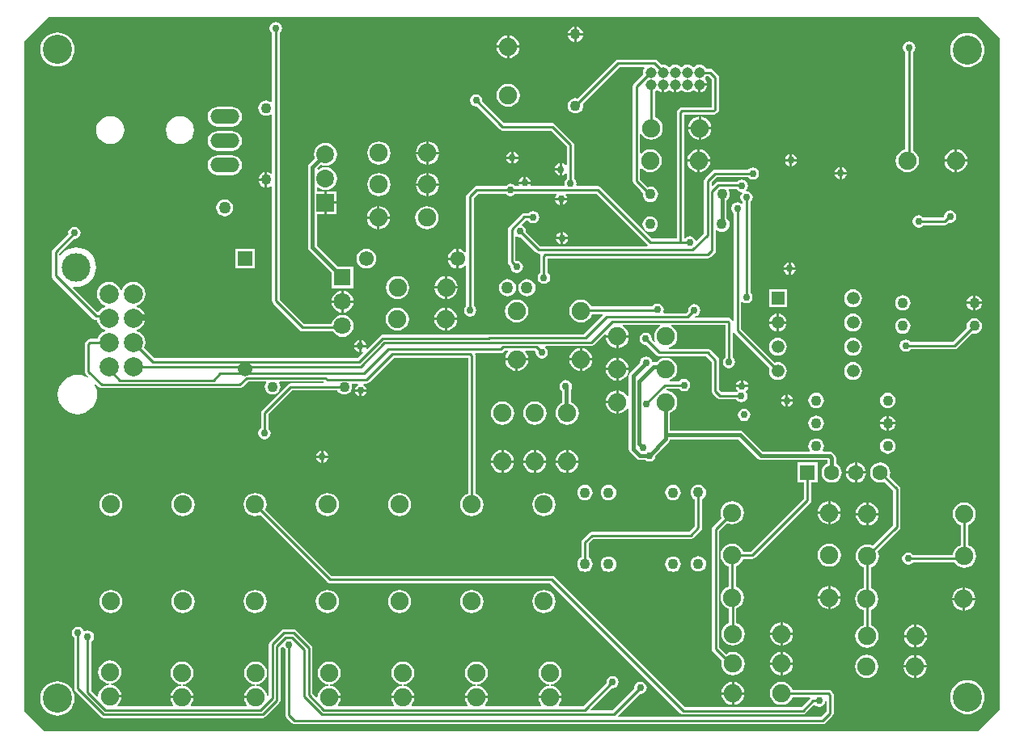
<source format=gbl>
G04*
G04 #@! TF.GenerationSoftware,Altium Limited,Altium Designer,21.0.8 (223)*
G04*
G04 Layer_Physical_Order=2*
G04 Layer_Color=16711680*
%FSAX25Y25*%
%MOIN*%
G70*
G04*
G04 #@! TF.SameCoordinates,E9B5AFCA-11DB-46D5-B1A1-4708AB9E7353*
G04*
G04*
G04 #@! TF.FilePolarity,Positive*
G04*
G01*
G75*
%ADD12C,0.01000*%
%ADD56C,0.01500*%
%ADD57C,0.02500*%
%ADD58C,0.07874*%
%ADD59C,0.11811*%
%ADD60C,0.07323*%
%ADD61R,0.07323X0.07323*%
%ADD62R,0.07087X0.07087*%
%ADD63C,0.07087*%
%ADD64R,0.05268X0.05268*%
%ADD65C,0.05268*%
%ADD66C,0.04331*%
%ADD67C,0.07500*%
%ADD68O,0.12000X0.06000*%
%ADD69C,0.06299*%
%ADD70R,0.06299X0.06299*%
%ADD71C,0.04500*%
%ADD72C,0.06102*%
%ADD73R,0.05906X0.05906*%
%ADD74C,0.05906*%
%ADD75C,0.03000*%
%ADD76C,0.05000*%
%ADD77C,0.12000*%
G36*
X0512000Y0384300D02*
X0512000Y0107400D01*
X0503100Y0098500D01*
X0118041Y0098500D01*
X0110000Y0106461D01*
X0109900Y0383100D01*
X0120000Y0393000D01*
X0503300Y0393000D01*
X0512000Y0384300D01*
D02*
G37*
%LPC*%
G36*
X0337500Y0389127D02*
Y0386500D01*
X0340127D01*
X0340084Y0386826D01*
X0339765Y0387596D01*
X0339258Y0388258D01*
X0338596Y0388765D01*
X0337826Y0389084D01*
X0337500Y0389127D01*
D02*
G37*
G36*
X0336500D02*
X0336174Y0389084D01*
X0335404Y0388765D01*
X0334742Y0388258D01*
X0334235Y0387596D01*
X0333916Y0386826D01*
X0333873Y0386500D01*
X0336500D01*
Y0389127D01*
D02*
G37*
G36*
X0340127Y0385500D02*
X0337500D01*
Y0382873D01*
X0337826Y0382916D01*
X0338596Y0383235D01*
X0339258Y0383742D01*
X0339765Y0384404D01*
X0340084Y0385174D01*
X0340127Y0385500D01*
D02*
G37*
G36*
X0336500D02*
X0333873D01*
X0333916Y0385174D01*
X0334235Y0384404D01*
X0334742Y0383742D01*
X0335404Y0383235D01*
X0336174Y0382916D01*
X0336500Y0382873D01*
Y0385500D01*
D02*
G37*
G36*
X0309764Y0385548D02*
Y0381323D01*
X0313989D01*
X0313892Y0382063D01*
X0313413Y0383218D01*
X0312651Y0384211D01*
X0311659Y0384972D01*
X0310504Y0385451D01*
X0309764Y0385548D01*
D02*
G37*
G36*
X0308764D02*
X0308024Y0385451D01*
X0306868Y0384972D01*
X0305876Y0384211D01*
X0305115Y0383218D01*
X0304636Y0382063D01*
X0304539Y0381323D01*
X0308764D01*
Y0385548D01*
D02*
G37*
G36*
Y0380323D02*
X0304539D01*
X0304636Y0379583D01*
X0305115Y0378427D01*
X0305876Y0377435D01*
X0306868Y0376674D01*
X0308024Y0376195D01*
X0308764Y0376098D01*
Y0380323D01*
D02*
G37*
G36*
X0313989D02*
X0309764D01*
Y0376098D01*
X0310504Y0376195D01*
X0311659Y0376674D01*
X0312651Y0377435D01*
X0313413Y0378427D01*
X0313892Y0379583D01*
X0313989Y0380323D01*
D02*
G37*
G36*
X0123500Y0386734D02*
X0122128Y0386599D01*
X0120808Y0386198D01*
X0119592Y0385548D01*
X0118526Y0384674D01*
X0117651Y0383608D01*
X0117001Y0382392D01*
X0116601Y0381072D01*
X0116466Y0379700D01*
X0116601Y0378328D01*
X0117001Y0377008D01*
X0117651Y0375792D01*
X0118526Y0374726D01*
X0119592Y0373851D01*
X0120808Y0373201D01*
X0122128Y0372801D01*
X0123500Y0372666D01*
X0124872Y0372801D01*
X0126192Y0373201D01*
X0127408Y0373851D01*
X0128474Y0374726D01*
X0129349Y0375792D01*
X0129999Y0377008D01*
X0130399Y0378328D01*
X0130534Y0379700D01*
X0130399Y0381072D01*
X0129999Y0382392D01*
X0129349Y0383608D01*
X0128474Y0384674D01*
X0127408Y0385548D01*
X0126192Y0386198D01*
X0124872Y0386599D01*
X0123500Y0386734D01*
D02*
G37*
G36*
X0498500Y0386534D02*
X0497128Y0386399D01*
X0495808Y0385999D01*
X0494592Y0385349D01*
X0493526Y0384474D01*
X0492652Y0383408D01*
X0492002Y0382192D01*
X0491601Y0380872D01*
X0491466Y0379500D01*
X0491601Y0378128D01*
X0492002Y0376808D01*
X0492652Y0375592D01*
X0493526Y0374526D01*
X0494592Y0373652D01*
X0495808Y0373002D01*
X0497128Y0372601D01*
X0498500Y0372466D01*
X0499872Y0372601D01*
X0501192Y0373002D01*
X0502408Y0373652D01*
X0503474Y0374526D01*
X0504348Y0375592D01*
X0504998Y0376808D01*
X0505399Y0378128D01*
X0505534Y0379500D01*
X0505399Y0380872D01*
X0504998Y0382192D01*
X0504348Y0383408D01*
X0503474Y0384474D01*
X0502408Y0385349D01*
X0501192Y0385999D01*
X0499872Y0386399D01*
X0498500Y0386534D01*
D02*
G37*
G36*
X0391312Y0364800D02*
X0388600D01*
Y0362088D01*
X0388948Y0362134D01*
X0389739Y0362461D01*
X0390418Y0362982D01*
X0390939Y0363661D01*
X0391266Y0364452D01*
X0391312Y0364800D01*
D02*
G37*
G36*
X0213500Y0391049D02*
X0212525Y0390855D01*
X0211698Y0390302D01*
X0211145Y0389475D01*
X0210951Y0388500D01*
X0211145Y0387525D01*
X0211698Y0386698D01*
X0211971Y0386515D01*
Y0358224D01*
X0211471Y0357978D01*
X0211096Y0358265D01*
X0210326Y0358584D01*
X0209500Y0358693D01*
X0208674Y0358584D01*
X0207904Y0358265D01*
X0207242Y0357757D01*
X0206735Y0357096D01*
X0206416Y0356326D01*
X0206307Y0355500D01*
X0206416Y0354674D01*
X0206735Y0353904D01*
X0207242Y0353242D01*
X0207904Y0352735D01*
X0208674Y0352416D01*
X0209500Y0352307D01*
X0210326Y0352416D01*
X0211096Y0352735D01*
X0211471Y0353022D01*
X0211971Y0352776D01*
Y0328724D01*
X0211471Y0328478D01*
X0211096Y0328765D01*
X0210326Y0329084D01*
X0210000Y0329127D01*
Y0326000D01*
Y0322873D01*
X0210326Y0322916D01*
X0211096Y0323235D01*
X0211471Y0323522D01*
X0211971Y0323276D01*
Y0276000D01*
X0212087Y0275415D01*
X0212419Y0274919D01*
X0223419Y0263919D01*
X0223915Y0263587D01*
X0224500Y0263471D01*
X0237006D01*
X0237031Y0263409D01*
X0237760Y0262460D01*
X0238709Y0261731D01*
X0239814Y0261274D01*
X0241000Y0261118D01*
X0242186Y0261274D01*
X0243291Y0261731D01*
X0244240Y0262460D01*
X0244969Y0263409D01*
X0245426Y0264514D01*
X0245583Y0265700D01*
X0245426Y0266886D01*
X0244969Y0267991D01*
X0244240Y0268940D01*
X0243291Y0269669D01*
X0242186Y0270126D01*
X0241000Y0270283D01*
X0239814Y0270126D01*
X0238709Y0269669D01*
X0237760Y0268940D01*
X0237031Y0267991D01*
X0236574Y0266886D01*
X0236527Y0266529D01*
X0225133D01*
X0215029Y0276634D01*
Y0386515D01*
X0215302Y0386698D01*
X0215855Y0387525D01*
X0216049Y0388500D01*
X0215855Y0389475D01*
X0215302Y0390302D01*
X0214475Y0390855D01*
X0213500Y0391049D01*
D02*
G37*
G36*
X0309264Y0365614D02*
X0308024Y0365451D01*
X0306868Y0364972D01*
X0305876Y0364211D01*
X0305115Y0363218D01*
X0304636Y0362063D01*
X0304473Y0360823D01*
X0304636Y0359583D01*
X0305115Y0358427D01*
X0305876Y0357435D01*
X0306868Y0356674D01*
X0308024Y0356195D01*
X0309264Y0356032D01*
X0310504Y0356195D01*
X0311659Y0356674D01*
X0312651Y0357435D01*
X0313413Y0358427D01*
X0313892Y0359583D01*
X0314055Y0360823D01*
X0313892Y0362063D01*
X0313413Y0363218D01*
X0312651Y0364211D01*
X0311659Y0364972D01*
X0310504Y0365451D01*
X0309264Y0365614D01*
D02*
G37*
G36*
X0195500Y0356034D02*
X0189500D01*
X0188456Y0355897D01*
X0187483Y0355494D01*
X0186647Y0354853D01*
X0186006Y0354017D01*
X0185603Y0353044D01*
X0185466Y0352000D01*
X0185603Y0350956D01*
X0186006Y0349983D01*
X0186647Y0349147D01*
X0187483Y0348506D01*
X0188456Y0348103D01*
X0189500Y0347966D01*
X0195500D01*
X0196544Y0348103D01*
X0197517Y0348506D01*
X0198353Y0349147D01*
X0198994Y0349983D01*
X0199397Y0350956D01*
X0199534Y0352000D01*
X0199397Y0353044D01*
X0198994Y0354017D01*
X0198353Y0354853D01*
X0197517Y0355494D01*
X0196544Y0355897D01*
X0195500Y0356034D01*
D02*
G37*
G36*
X0388700Y0352025D02*
Y0347800D01*
X0392925D01*
X0392828Y0348540D01*
X0392349Y0349695D01*
X0391588Y0350688D01*
X0390596Y0351449D01*
X0389440Y0351928D01*
X0388700Y0352025D01*
D02*
G37*
G36*
X0387700D02*
X0386960Y0351928D01*
X0385805Y0351449D01*
X0384812Y0350688D01*
X0384051Y0349695D01*
X0383572Y0348540D01*
X0383475Y0347800D01*
X0387700D01*
Y0352025D01*
D02*
G37*
G36*
X0392925Y0346800D02*
X0388700D01*
Y0342575D01*
X0389440Y0342672D01*
X0390596Y0343151D01*
X0391588Y0343912D01*
X0392349Y0344904D01*
X0392828Y0346060D01*
X0392925Y0346800D01*
D02*
G37*
G36*
X0387700D02*
X0383475D01*
X0383572Y0346060D01*
X0384051Y0344904D01*
X0384812Y0343912D01*
X0385805Y0343151D01*
X0386960Y0342672D01*
X0387700Y0342575D01*
Y0346800D01*
D02*
G37*
G36*
X0174000Y0352294D02*
X0172501Y0352096D01*
X0171103Y0351518D01*
X0169903Y0350597D01*
X0168983Y0349397D01*
X0168404Y0348000D01*
X0168206Y0346500D01*
X0168404Y0345001D01*
X0168983Y0343603D01*
X0169903Y0342403D01*
X0171103Y0341482D01*
X0172501Y0340904D01*
X0174000Y0340706D01*
X0175499Y0340904D01*
X0176897Y0341482D01*
X0178097Y0342403D01*
X0179017Y0343603D01*
X0179596Y0345001D01*
X0179794Y0346500D01*
X0179596Y0348000D01*
X0179017Y0349397D01*
X0178097Y0350597D01*
X0176897Y0351518D01*
X0175499Y0352096D01*
X0174000Y0352294D01*
D02*
G37*
G36*
X0145260D02*
X0143760Y0352096D01*
X0142363Y0351518D01*
X0141163Y0350597D01*
X0140242Y0349397D01*
X0139664Y0348000D01*
X0139466Y0346500D01*
X0139664Y0345001D01*
X0140242Y0343603D01*
X0141163Y0342403D01*
X0142363Y0341482D01*
X0143760Y0340904D01*
X0145260Y0340706D01*
X0146759Y0340904D01*
X0148157Y0341482D01*
X0149357Y0342403D01*
X0150277Y0343603D01*
X0150856Y0345001D01*
X0151054Y0346500D01*
X0150856Y0348000D01*
X0150277Y0349397D01*
X0149357Y0350597D01*
X0148157Y0351518D01*
X0146759Y0352096D01*
X0145260Y0352294D01*
D02*
G37*
G36*
X0195500Y0346035D02*
X0189500D01*
X0188456Y0345897D01*
X0187483Y0345494D01*
X0186647Y0344853D01*
X0186006Y0344017D01*
X0185603Y0343044D01*
X0185466Y0342000D01*
X0185603Y0340956D01*
X0186006Y0339983D01*
X0186647Y0339147D01*
X0187483Y0338506D01*
X0188456Y0338103D01*
X0189500Y0337965D01*
X0195500D01*
X0196544Y0338103D01*
X0197517Y0338506D01*
X0198353Y0339147D01*
X0198994Y0339983D01*
X0199397Y0340956D01*
X0199534Y0342000D01*
X0199397Y0343044D01*
X0198994Y0344017D01*
X0198353Y0344853D01*
X0197517Y0345494D01*
X0196544Y0345897D01*
X0195500Y0346035D01*
D02*
G37*
G36*
X0276500Y0341725D02*
Y0337500D01*
X0280725D01*
X0280628Y0338240D01*
X0280149Y0339395D01*
X0279388Y0340388D01*
X0278396Y0341149D01*
X0277240Y0341628D01*
X0276500Y0341725D01*
D02*
G37*
G36*
X0275500D02*
X0274760Y0341628D01*
X0273604Y0341149D01*
X0272612Y0340388D01*
X0271851Y0339395D01*
X0271372Y0338240D01*
X0271275Y0337500D01*
X0275500D01*
Y0341725D01*
D02*
G37*
G36*
X0311500Y0337549D02*
Y0335600D01*
X0313450D01*
X0313355Y0336075D01*
X0312802Y0336902D01*
X0311976Y0337455D01*
X0311500Y0337549D01*
D02*
G37*
G36*
X0310500D02*
X0310024Y0337455D01*
X0309198Y0336902D01*
X0308645Y0336075D01*
X0308551Y0335600D01*
X0310500D01*
Y0337549D01*
D02*
G37*
G36*
X0426311Y0336461D02*
Y0334511D01*
X0428261D01*
X0428166Y0334987D01*
X0427614Y0335814D01*
X0426787Y0336366D01*
X0426311Y0336461D01*
D02*
G37*
G36*
X0425311D02*
X0424836Y0336366D01*
X0424009Y0335814D01*
X0423456Y0334987D01*
X0423362Y0334511D01*
X0425311D01*
Y0336461D01*
D02*
G37*
G36*
X0388264Y0338548D02*
Y0334323D01*
X0392489D01*
X0392391Y0335063D01*
X0391913Y0336218D01*
X0391151Y0337211D01*
X0390159Y0337972D01*
X0389004Y0338451D01*
X0388264Y0338548D01*
D02*
G37*
G36*
X0494264D02*
Y0334323D01*
X0498489D01*
X0498391Y0335063D01*
X0497913Y0336218D01*
X0497152Y0337211D01*
X0496159Y0337972D01*
X0495004Y0338451D01*
X0494264Y0338548D01*
D02*
G37*
G36*
X0387264Y0338548D02*
X0386524Y0338451D01*
X0385368Y0337972D01*
X0384376Y0337211D01*
X0383615Y0336218D01*
X0383136Y0335063D01*
X0383039Y0334323D01*
X0387264D01*
Y0338548D01*
D02*
G37*
G36*
X0493264D02*
X0492524Y0338451D01*
X0491368Y0337972D01*
X0490376Y0337211D01*
X0489615Y0336218D01*
X0489136Y0335063D01*
X0489039Y0334323D01*
X0493264D01*
Y0338548D01*
D02*
G37*
G36*
X0313450Y0334600D02*
X0311500D01*
Y0332650D01*
X0311976Y0332745D01*
X0312802Y0333298D01*
X0313355Y0334124D01*
X0313450Y0334600D01*
D02*
G37*
G36*
X0310500D02*
X0308551D01*
X0308645Y0334124D01*
X0309198Y0333298D01*
X0310024Y0332745D01*
X0310500Y0332650D01*
Y0334600D01*
D02*
G37*
G36*
X0280725Y0336500D02*
X0276500D01*
Y0332275D01*
X0277240Y0332372D01*
X0278396Y0332851D01*
X0279388Y0333612D01*
X0280149Y0334605D01*
X0280628Y0335760D01*
X0280725Y0336500D01*
D02*
G37*
G36*
X0275500D02*
X0271275D01*
X0271372Y0335760D01*
X0271851Y0334605D01*
X0272612Y0333612D01*
X0273604Y0332851D01*
X0274760Y0332372D01*
X0275500Y0332275D01*
Y0336500D01*
D02*
G37*
G36*
X0256000Y0341791D02*
X0254760Y0341628D01*
X0253605Y0341149D01*
X0252612Y0340388D01*
X0251851Y0339395D01*
X0251372Y0338240D01*
X0251209Y0337000D01*
X0251372Y0335760D01*
X0251851Y0334605D01*
X0252612Y0333612D01*
X0253605Y0332851D01*
X0254760Y0332372D01*
X0256000Y0332209D01*
X0257240Y0332372D01*
X0258396Y0332851D01*
X0259388Y0333612D01*
X0260149Y0334605D01*
X0260628Y0335760D01*
X0260791Y0337000D01*
X0260628Y0338240D01*
X0260149Y0339395D01*
X0259388Y0340388D01*
X0258396Y0341149D01*
X0257240Y0341628D01*
X0256000Y0341791D01*
D02*
G37*
G36*
X0234000Y0341202D02*
X0232783Y0341041D01*
X0231649Y0340572D01*
X0230676Y0339825D01*
X0229928Y0338851D01*
X0229459Y0337717D01*
X0229298Y0336500D01*
X0229459Y0335283D01*
X0229693Y0334717D01*
X0227327Y0332350D01*
X0226940Y0331771D01*
X0226804Y0331089D01*
Y0298111D01*
X0226940Y0297429D01*
X0227327Y0296850D01*
X0236457Y0287720D01*
Y0281157D01*
X0245543D01*
Y0290243D01*
X0238980D01*
X0230373Y0298850D01*
Y0311839D01*
X0233500D01*
Y0316500D01*
Y0321161D01*
X0230373D01*
Y0322777D01*
X0230873Y0323024D01*
X0231649Y0322428D01*
X0232783Y0321959D01*
X0234000Y0321798D01*
X0235217Y0321959D01*
X0236351Y0322428D01*
X0237325Y0323176D01*
X0238072Y0324149D01*
X0238541Y0325283D01*
X0238702Y0326500D01*
X0238541Y0327717D01*
X0238072Y0328851D01*
X0237325Y0329824D01*
X0236351Y0330572D01*
X0235217Y0331041D01*
X0234000Y0331202D01*
X0232783Y0331041D01*
X0231649Y0330572D01*
X0231232Y0330252D01*
X0230690Y0330466D01*
X0230661Y0330638D01*
X0232217Y0332193D01*
X0232783Y0331959D01*
X0234000Y0331798D01*
X0235217Y0331959D01*
X0236351Y0332428D01*
X0237325Y0333175D01*
X0238072Y0334149D01*
X0238541Y0335283D01*
X0238702Y0336500D01*
X0238541Y0337717D01*
X0238072Y0338851D01*
X0237325Y0339825D01*
X0236351Y0340572D01*
X0235217Y0341041D01*
X0234000Y0341202D01*
D02*
G37*
G36*
X0428261Y0333511D02*
X0426311D01*
Y0331562D01*
X0426787Y0331657D01*
X0427614Y0332209D01*
X0428166Y0333036D01*
X0428261Y0333511D01*
D02*
G37*
G36*
X0425311D02*
X0423362D01*
X0423456Y0333036D01*
X0424009Y0332209D01*
X0424836Y0331657D01*
X0425311Y0331562D01*
Y0333511D01*
D02*
G37*
G36*
X0330500Y0332750D02*
X0330025Y0332655D01*
X0329198Y0332102D01*
X0328645Y0331276D01*
X0328551Y0330800D01*
X0330500D01*
Y0332750D01*
D02*
G37*
G36*
X0446800Y0331150D02*
Y0329200D01*
X0448749D01*
X0448655Y0329676D01*
X0448102Y0330502D01*
X0447275Y0331055D01*
X0446800Y0331150D01*
D02*
G37*
G36*
X0445800D02*
X0445325Y0331055D01*
X0444498Y0330502D01*
X0443945Y0329676D01*
X0443851Y0329200D01*
X0445800D01*
Y0331150D01*
D02*
G37*
G36*
X0493264Y0333323D02*
X0489039D01*
X0489136Y0332583D01*
X0489615Y0331427D01*
X0490376Y0330435D01*
X0491368Y0329674D01*
X0492524Y0329195D01*
X0493264Y0329098D01*
Y0333323D01*
D02*
G37*
G36*
X0387264D02*
X0383039D01*
X0383136Y0332583D01*
X0383615Y0331427D01*
X0384376Y0330435D01*
X0385368Y0329674D01*
X0386524Y0329195D01*
X0387264Y0329098D01*
Y0333323D01*
D02*
G37*
G36*
X0498489D02*
X0494264D01*
Y0329098D01*
X0495004Y0329195D01*
X0496159Y0329674D01*
X0497152Y0330435D01*
X0497913Y0331427D01*
X0498391Y0332583D01*
X0498489Y0333323D01*
D02*
G37*
G36*
X0392489D02*
X0388264D01*
Y0329098D01*
X0389004Y0329195D01*
X0390159Y0329674D01*
X0391151Y0330435D01*
X0391913Y0331427D01*
X0392391Y0332583D01*
X0392489Y0333323D01*
D02*
G37*
G36*
X0474500Y0383049D02*
X0473525Y0382855D01*
X0472698Y0382302D01*
X0472145Y0381475D01*
X0471951Y0380500D01*
X0472145Y0379524D01*
X0472698Y0378698D01*
X0472971Y0378515D01*
Y0338509D01*
X0472524Y0338451D01*
X0471368Y0337972D01*
X0470376Y0337211D01*
X0469615Y0336218D01*
X0469136Y0335063D01*
X0468973Y0333823D01*
X0469136Y0332583D01*
X0469615Y0331427D01*
X0470376Y0330435D01*
X0471368Y0329674D01*
X0472524Y0329195D01*
X0473764Y0329032D01*
X0475004Y0329195D01*
X0476159Y0329674D01*
X0477151Y0330435D01*
X0477913Y0331427D01*
X0478392Y0332583D01*
X0478555Y0333823D01*
X0478392Y0335063D01*
X0477913Y0336218D01*
X0477151Y0337211D01*
X0476159Y0337972D01*
X0476029Y0338026D01*
Y0378515D01*
X0476302Y0378698D01*
X0476855Y0379524D01*
X0477049Y0380500D01*
X0476855Y0381475D01*
X0476302Y0382302D01*
X0475476Y0382855D01*
X0474500Y0383049D01*
D02*
G37*
G36*
X0195500Y0336034D02*
X0189500D01*
X0188456Y0335897D01*
X0187483Y0335494D01*
X0186647Y0334853D01*
X0186006Y0334017D01*
X0185603Y0333044D01*
X0185466Y0332000D01*
X0185603Y0330956D01*
X0186006Y0329983D01*
X0186647Y0329147D01*
X0187483Y0328506D01*
X0188456Y0328103D01*
X0189500Y0327965D01*
X0195500D01*
X0196544Y0328103D01*
X0197517Y0328506D01*
X0198353Y0329147D01*
X0198994Y0329983D01*
X0199397Y0330956D01*
X0199534Y0332000D01*
X0199397Y0333044D01*
X0198994Y0334017D01*
X0198353Y0334853D01*
X0197517Y0335494D01*
X0196544Y0335897D01*
X0195500Y0336034D01*
D02*
G37*
G36*
X0330500Y0329800D02*
X0328551D01*
X0328645Y0329325D01*
X0329198Y0328498D01*
X0330025Y0327945D01*
X0330500Y0327851D01*
Y0329800D01*
D02*
G37*
G36*
X0209000Y0329127D02*
X0208674Y0329084D01*
X0207904Y0328765D01*
X0207242Y0328257D01*
X0206735Y0327596D01*
X0206416Y0326826D01*
X0206373Y0326500D01*
X0209000D01*
Y0329127D01*
D02*
G37*
G36*
X0448749Y0328200D02*
X0446800D01*
Y0326251D01*
X0447275Y0326345D01*
X0448102Y0326898D01*
X0448655Y0327725D01*
X0448749Y0328200D01*
D02*
G37*
G36*
X0445800D02*
X0443851D01*
X0443945Y0327725D01*
X0444498Y0326898D01*
X0445325Y0326345D01*
X0445800Y0326251D01*
Y0328200D01*
D02*
G37*
G36*
X0316600Y0327122D02*
Y0325173D01*
X0318549D01*
X0318455Y0325648D01*
X0317902Y0326475D01*
X0317075Y0327028D01*
X0316600Y0327122D01*
D02*
G37*
G36*
X0315600D02*
X0315125Y0327028D01*
X0314298Y0326475D01*
X0313745Y0325648D01*
X0313650Y0325173D01*
X0315600D01*
Y0327122D01*
D02*
G37*
G36*
X0276500Y0328725D02*
Y0324500D01*
X0280725D01*
X0280628Y0325240D01*
X0280149Y0326396D01*
X0279388Y0327388D01*
X0278396Y0328149D01*
X0277240Y0328628D01*
X0276500Y0328725D01*
D02*
G37*
G36*
X0275500D02*
X0274760Y0328628D01*
X0273604Y0328149D01*
X0272612Y0327388D01*
X0271851Y0326396D01*
X0271372Y0325240D01*
X0271275Y0324500D01*
X0275500D01*
Y0328725D01*
D02*
G37*
G36*
X0209000Y0325500D02*
X0206373D01*
X0206416Y0325174D01*
X0206735Y0324404D01*
X0207242Y0323743D01*
X0207904Y0323235D01*
X0208674Y0322916D01*
X0209000Y0322873D01*
Y0325500D01*
D02*
G37*
G36*
X0280725Y0323500D02*
X0276500D01*
Y0319275D01*
X0277240Y0319372D01*
X0278396Y0319851D01*
X0279388Y0320612D01*
X0280149Y0321604D01*
X0280628Y0322760D01*
X0280725Y0323500D01*
D02*
G37*
G36*
X0275500D02*
X0271275D01*
X0271372Y0322760D01*
X0271851Y0321604D01*
X0272612Y0320612D01*
X0273604Y0319851D01*
X0274760Y0319372D01*
X0275500Y0319275D01*
Y0323500D01*
D02*
G37*
G36*
X0256000Y0328791D02*
X0254760Y0328628D01*
X0253605Y0328149D01*
X0252612Y0327388D01*
X0251851Y0326396D01*
X0251372Y0325240D01*
X0251209Y0324000D01*
X0251372Y0322760D01*
X0251851Y0321604D01*
X0252612Y0320612D01*
X0253605Y0319851D01*
X0254760Y0319372D01*
X0256000Y0319209D01*
X0257240Y0319372D01*
X0258396Y0319851D01*
X0259388Y0320612D01*
X0260149Y0321604D01*
X0260628Y0322760D01*
X0260791Y0324000D01*
X0260628Y0325240D01*
X0260149Y0326396D01*
X0259388Y0327388D01*
X0258396Y0328149D01*
X0257240Y0328628D01*
X0256000Y0328791D01*
D02*
G37*
G36*
X0238661Y0321161D02*
X0234500D01*
Y0317000D01*
X0238661D01*
Y0321161D01*
D02*
G37*
G36*
X0333549Y0317500D02*
X0331600D01*
Y0315550D01*
X0332076Y0315645D01*
X0332902Y0316198D01*
X0333455Y0317024D01*
X0333549Y0317500D01*
D02*
G37*
G36*
X0330600D02*
X0328650D01*
X0328745Y0317024D01*
X0329298Y0316198D01*
X0330124Y0315645D01*
X0330600Y0315550D01*
Y0317500D01*
D02*
G37*
G36*
X0238661Y0316000D02*
X0234500D01*
Y0311839D01*
X0238661D01*
Y0316000D01*
D02*
G37*
G36*
X0192453Y0317948D02*
X0191539Y0317827D01*
X0190687Y0317475D01*
X0189956Y0316914D01*
X0189395Y0316183D01*
X0189043Y0315331D01*
X0188922Y0314418D01*
X0189043Y0313504D01*
X0189395Y0312652D01*
X0189956Y0311921D01*
X0190687Y0311360D01*
X0191539Y0311008D01*
X0192453Y0310887D01*
X0193366Y0311008D01*
X0194218Y0311360D01*
X0194949Y0311921D01*
X0195510Y0312652D01*
X0195862Y0313504D01*
X0195983Y0314418D01*
X0195862Y0315331D01*
X0195510Y0316183D01*
X0194949Y0316914D01*
X0194218Y0317475D01*
X0193366Y0317827D01*
X0192453Y0317948D01*
D02*
G37*
G36*
X0256264Y0315048D02*
Y0310823D01*
X0260489D01*
X0260391Y0311563D01*
X0259913Y0312718D01*
X0259152Y0313711D01*
X0258159Y0314472D01*
X0257004Y0314951D01*
X0256264Y0315048D01*
D02*
G37*
G36*
X0255264D02*
X0254524Y0314951D01*
X0253368Y0314472D01*
X0252376Y0313711D01*
X0251615Y0312718D01*
X0251136Y0311563D01*
X0251039Y0310823D01*
X0255264D01*
Y0315048D01*
D02*
G37*
G36*
X0491400Y0313331D02*
X0490424Y0313137D01*
X0489598Y0312585D01*
X0489045Y0311758D01*
X0488851Y0310782D01*
X0488869Y0310692D01*
X0488506Y0310329D01*
X0480385D01*
X0480202Y0310602D01*
X0479376Y0311155D01*
X0478400Y0311349D01*
X0477424Y0311155D01*
X0476598Y0310602D01*
X0476045Y0309775D01*
X0475851Y0308800D01*
X0476045Y0307824D01*
X0476598Y0306998D01*
X0477424Y0306445D01*
X0478400Y0306251D01*
X0479376Y0306445D01*
X0480202Y0306998D01*
X0480385Y0307271D01*
X0489140D01*
X0489725Y0307387D01*
X0490221Y0307719D01*
X0490846Y0308344D01*
X0491400Y0308233D01*
X0492376Y0308427D01*
X0493202Y0308980D01*
X0493755Y0309807D01*
X0493949Y0310782D01*
X0493755Y0311758D01*
X0493202Y0312585D01*
X0492376Y0313137D01*
X0491400Y0313331D01*
D02*
G37*
G36*
X0260489Y0309823D02*
X0256264D01*
Y0305598D01*
X0257004Y0305695D01*
X0258159Y0306174D01*
X0259152Y0306935D01*
X0259913Y0307927D01*
X0260391Y0309083D01*
X0260489Y0309823D01*
D02*
G37*
G36*
X0255264D02*
X0251039D01*
X0251136Y0309083D01*
X0251615Y0307927D01*
X0252376Y0306935D01*
X0253368Y0306174D01*
X0254524Y0305695D01*
X0255264Y0305598D01*
Y0309823D01*
D02*
G37*
G36*
X0275764Y0315114D02*
X0274524Y0314951D01*
X0273368Y0314472D01*
X0272376Y0313711D01*
X0271615Y0312718D01*
X0271136Y0311563D01*
X0270973Y0310323D01*
X0271136Y0309083D01*
X0271615Y0307927D01*
X0272376Y0306935D01*
X0273368Y0306174D01*
X0274524Y0305695D01*
X0275764Y0305532D01*
X0277004Y0305695D01*
X0278159Y0306174D01*
X0279152Y0306935D01*
X0279913Y0307927D01*
X0280392Y0309083D01*
X0280555Y0310323D01*
X0280392Y0311563D01*
X0279913Y0312718D01*
X0279152Y0313711D01*
X0278159Y0314472D01*
X0277004Y0314951D01*
X0275764Y0315114D01*
D02*
G37*
G36*
X0367800Y0310893D02*
X0366974Y0310784D01*
X0366204Y0310465D01*
X0365543Y0309958D01*
X0365035Y0309296D01*
X0364716Y0308526D01*
X0364607Y0307700D01*
X0364716Y0306874D01*
X0365035Y0306104D01*
X0365543Y0305443D01*
X0366204Y0304935D01*
X0366974Y0304616D01*
X0367800Y0304507D01*
X0368626Y0304616D01*
X0369396Y0304935D01*
X0370058Y0305443D01*
X0370565Y0306104D01*
X0370884Y0306874D01*
X0370993Y0307700D01*
X0370884Y0308526D01*
X0370565Y0309296D01*
X0370058Y0309958D01*
X0369396Y0310465D01*
X0368626Y0310784D01*
X0367800Y0310893D01*
D02*
G37*
G36*
X0331900Y0304349D02*
Y0302400D01*
X0333850D01*
X0333755Y0302875D01*
X0333202Y0303702D01*
X0332376Y0304255D01*
X0331900Y0304349D01*
D02*
G37*
G36*
X0330900D02*
X0330424Y0304255D01*
X0329598Y0303702D01*
X0329045Y0302875D01*
X0328951Y0302400D01*
X0330900D01*
Y0304349D01*
D02*
G37*
G36*
X0369653Y0375579D02*
X0354550D01*
X0353965Y0375463D01*
X0353469Y0375131D01*
X0337893Y0359556D01*
X0337826Y0359584D01*
X0337000Y0359693D01*
X0336174Y0359584D01*
X0335404Y0359265D01*
X0334742Y0358757D01*
X0334235Y0358096D01*
X0333916Y0357326D01*
X0333807Y0356500D01*
X0333916Y0355674D01*
X0334235Y0354904D01*
X0334742Y0354242D01*
X0335404Y0353735D01*
X0336174Y0353416D01*
X0337000Y0353307D01*
X0337826Y0353416D01*
X0338596Y0353735D01*
X0339258Y0354242D01*
X0339765Y0354904D01*
X0340084Y0355674D01*
X0340193Y0356500D01*
X0340084Y0357326D01*
X0340056Y0357393D01*
X0355184Y0372521D01*
X0365142D01*
X0365363Y0372072D01*
X0365261Y0371939D01*
X0364934Y0371148D01*
X0364822Y0370300D01*
X0364916Y0369583D01*
X0361019Y0365685D01*
X0360687Y0365189D01*
X0360571Y0364603D01*
Y0325400D01*
X0360687Y0324815D01*
X0361019Y0324319D01*
X0364000Y0321337D01*
X0364162Y0321229D01*
X0364787Y0320604D01*
X0364707Y0320000D01*
X0364816Y0319174D01*
X0365135Y0318404D01*
X0365642Y0317742D01*
X0366304Y0317235D01*
X0367074Y0316916D01*
X0367900Y0316807D01*
X0368726Y0316916D01*
X0369496Y0317235D01*
X0370158Y0317742D01*
X0370665Y0318404D01*
X0370984Y0319174D01*
X0371093Y0320000D01*
X0370984Y0320826D01*
X0370665Y0321596D01*
X0370158Y0322257D01*
X0369496Y0322765D01*
X0368726Y0323084D01*
X0367900Y0323193D01*
X0367074Y0323084D01*
X0366762Y0322955D01*
X0366216Y0323500D01*
X0366055Y0323608D01*
X0363629Y0326034D01*
Y0330630D01*
X0364103Y0330791D01*
X0364376Y0330435D01*
X0365368Y0329674D01*
X0366524Y0329195D01*
X0367764Y0329032D01*
X0369004Y0329195D01*
X0370159Y0329674D01*
X0371151Y0330435D01*
X0371913Y0331427D01*
X0372392Y0332583D01*
X0372555Y0333823D01*
X0372392Y0335063D01*
X0371913Y0336218D01*
X0371151Y0337211D01*
X0370159Y0337972D01*
X0369004Y0338451D01*
X0367764Y0338614D01*
X0366524Y0338451D01*
X0365368Y0337972D01*
X0364376Y0337211D01*
X0364103Y0336855D01*
X0363629Y0337015D01*
Y0344693D01*
X0364129Y0344802D01*
X0364812Y0343912D01*
X0365805Y0343151D01*
X0366960Y0342672D01*
X0368200Y0342509D01*
X0369440Y0342672D01*
X0370596Y0343151D01*
X0371588Y0343912D01*
X0372349Y0344904D01*
X0372828Y0346060D01*
X0372991Y0347300D01*
X0372828Y0348540D01*
X0372349Y0349695D01*
X0371588Y0350688D01*
X0370596Y0351449D01*
X0369679Y0351829D01*
Y0362436D01*
X0369739Y0362461D01*
X0370418Y0362982D01*
X0370782D01*
X0371461Y0362461D01*
X0372252Y0362134D01*
X0372600Y0362088D01*
Y0365300D01*
X0373600D01*
Y0362088D01*
X0373948Y0362134D01*
X0374739Y0362461D01*
X0375418Y0362982D01*
X0375782D01*
X0376461Y0362461D01*
X0377252Y0362134D01*
X0377600Y0362088D01*
Y0365300D01*
X0378600D01*
Y0362088D01*
X0378948Y0362134D01*
X0379739Y0362461D01*
X0380418Y0362982D01*
X0380782D01*
X0381461Y0362461D01*
X0382252Y0362134D01*
X0383100Y0362022D01*
X0383948Y0362134D01*
X0384739Y0362461D01*
X0385418Y0362982D01*
X0385782D01*
X0386461Y0362461D01*
X0387252Y0362134D01*
X0387600Y0362088D01*
Y0365300D01*
X0388100D01*
Y0365800D01*
X0391312D01*
X0391266Y0366148D01*
X0390939Y0366939D01*
X0390418Y0367618D01*
Y0367982D01*
X0390939Y0368661D01*
X0390984Y0368771D01*
X0391866D01*
X0393116Y0367522D01*
Y0355939D01*
X0380871D01*
X0380286Y0355823D01*
X0379789Y0355491D01*
X0379204Y0354906D01*
X0378872Y0354410D01*
X0378756Y0353824D01*
Y0301729D01*
X0368520D01*
X0347345Y0322904D01*
X0346849Y0323236D01*
X0346264Y0323352D01*
X0337750D01*
X0337340Y0323852D01*
X0337449Y0324400D01*
X0337255Y0325376D01*
X0336702Y0326202D01*
X0336429Y0326385D01*
Y0340400D01*
X0336313Y0340985D01*
X0335981Y0341481D01*
X0328581Y0348881D01*
X0328085Y0349213D01*
X0327500Y0349329D01*
X0307633D01*
X0298585Y0358378D01*
X0298649Y0358700D01*
X0298455Y0359676D01*
X0297902Y0360502D01*
X0297076Y0361055D01*
X0296100Y0361249D01*
X0295125Y0361055D01*
X0294298Y0360502D01*
X0293745Y0359676D01*
X0293551Y0358700D01*
X0293745Y0357724D01*
X0294298Y0356898D01*
X0295125Y0356345D01*
X0296100Y0356151D01*
X0296422Y0356215D01*
X0305919Y0346719D01*
X0306415Y0346387D01*
X0307000Y0346271D01*
X0326867D01*
X0333371Y0339767D01*
Y0332152D01*
X0332871Y0332000D01*
X0332802Y0332102D01*
X0331976Y0332655D01*
X0331500Y0332750D01*
Y0330300D01*
Y0327851D01*
X0331976Y0327945D01*
X0332802Y0328498D01*
X0332871Y0328600D01*
X0333371Y0328448D01*
Y0326385D01*
X0333098Y0326202D01*
X0332545Y0325376D01*
X0332351Y0324400D01*
X0332460Y0323852D01*
X0332050Y0323352D01*
X0318780D01*
X0318486Y0323852D01*
X0318549Y0324173D01*
X0313650D01*
X0313714Y0323852D01*
X0313420Y0323352D01*
X0312249D01*
X0312066Y0323625D01*
X0311239Y0324178D01*
X0310264Y0324372D01*
X0309288Y0324178D01*
X0308461Y0323625D01*
X0308279Y0323352D01*
X0296123D01*
X0295538Y0323236D01*
X0295041Y0322904D01*
X0292419Y0320281D01*
X0292087Y0319785D01*
X0291971Y0319200D01*
Y0296196D01*
X0291471Y0296026D01*
X0291269Y0296289D01*
X0290423Y0296939D01*
X0289437Y0297347D01*
X0288879Y0297420D01*
Y0293400D01*
Y0289380D01*
X0289437Y0289453D01*
X0290423Y0289861D01*
X0291269Y0290511D01*
X0291471Y0290774D01*
X0291971Y0290604D01*
Y0273918D01*
X0291798Y0273802D01*
X0291245Y0272975D01*
X0291051Y0272000D01*
X0291245Y0271024D01*
X0291798Y0270198D01*
X0292624Y0269645D01*
X0293600Y0269451D01*
X0294576Y0269645D01*
X0295402Y0270198D01*
X0295955Y0271024D01*
X0296149Y0272000D01*
X0295955Y0272975D01*
X0295402Y0273802D01*
X0295029Y0274052D01*
Y0318566D01*
X0296756Y0320293D01*
X0308279D01*
X0308461Y0320020D01*
X0309288Y0319468D01*
X0310264Y0319274D01*
X0311239Y0319468D01*
X0312066Y0320020D01*
X0312249Y0320293D01*
X0329171D01*
X0329316Y0319815D01*
X0329298Y0319802D01*
X0328745Y0318975D01*
X0328650Y0318500D01*
X0333549D01*
X0333455Y0318975D01*
X0332902Y0319802D01*
X0332884Y0319815D01*
X0333029Y0320293D01*
X0345630D01*
X0366794Y0299129D01*
X0366793Y0299083D01*
X0366637Y0298629D01*
X0322334D01*
X0316585Y0304378D01*
X0316649Y0304700D01*
X0316455Y0305676D01*
X0315902Y0306502D01*
X0315075Y0307055D01*
X0315012Y0307068D01*
X0314866Y0307546D01*
X0316491Y0309171D01*
X0317547D01*
X0317837Y0308737D01*
X0318664Y0308184D01*
X0319639Y0307990D01*
X0320615Y0308184D01*
X0321442Y0308737D01*
X0321994Y0309564D01*
X0322188Y0310539D01*
X0321994Y0311515D01*
X0321442Y0312342D01*
X0320615Y0312894D01*
X0319639Y0313088D01*
X0318664Y0312894D01*
X0317837Y0312342D01*
X0317762Y0312229D01*
X0315857D01*
X0315272Y0312113D01*
X0314776Y0311781D01*
X0309619Y0306624D01*
X0309287Y0306128D01*
X0309171Y0305543D01*
Y0292100D01*
X0309287Y0291515D01*
X0309619Y0291019D01*
X0310315Y0290322D01*
X0310251Y0290000D01*
X0310445Y0289024D01*
X0310998Y0288198D01*
X0311824Y0287645D01*
X0312800Y0287451D01*
X0313775Y0287645D01*
X0314602Y0288198D01*
X0315155Y0289024D01*
X0315349Y0290000D01*
X0315155Y0290975D01*
X0314602Y0291802D01*
X0313775Y0292355D01*
X0312800Y0292549D01*
X0312640Y0292517D01*
X0312229Y0292874D01*
Y0302342D01*
X0312729Y0302609D01*
X0313124Y0302345D01*
X0314100Y0302151D01*
X0314422Y0302215D01*
X0320619Y0296019D01*
X0321115Y0295687D01*
X0321700Y0295571D01*
X0322326D01*
X0322582Y0295158D01*
X0322581Y0295071D01*
X0322471Y0294514D01*
Y0287585D01*
X0322198Y0287402D01*
X0321645Y0286576D01*
X0321451Y0285600D01*
X0321645Y0284625D01*
X0322198Y0283798D01*
X0323025Y0283245D01*
X0324000Y0283051D01*
X0324975Y0283245D01*
X0325802Y0283798D01*
X0326355Y0284625D01*
X0326549Y0285600D01*
X0326355Y0286576D01*
X0325802Y0287402D01*
X0325529Y0287585D01*
Y0293571D01*
X0391660D01*
X0392245Y0293687D01*
X0392741Y0294019D01*
X0394381Y0295659D01*
X0394713Y0296155D01*
X0394829Y0296740D01*
Y0304976D01*
X0395329Y0305222D01*
X0395704Y0304935D01*
X0396474Y0304616D01*
X0397300Y0304507D01*
X0398126Y0304616D01*
X0398896Y0304935D01*
X0399557Y0305443D01*
X0400065Y0306104D01*
X0400384Y0306874D01*
X0400493Y0307700D01*
X0400384Y0308526D01*
X0400065Y0309296D01*
X0399557Y0309958D01*
X0399134Y0310282D01*
Y0317341D01*
X0399658Y0317742D01*
X0400165Y0318404D01*
X0400484Y0319174D01*
X0400593Y0320000D01*
X0400484Y0320826D01*
X0400165Y0321596D01*
X0400095Y0321688D01*
X0400316Y0322136D01*
X0403405D01*
X0403698Y0321698D01*
X0404525Y0321145D01*
X0405476Y0320956D01*
X0405558Y0320819D01*
X0405639Y0320635D01*
X0405681Y0320477D01*
X0405145Y0319675D01*
X0404951Y0318700D01*
X0405145Y0317724D01*
X0405698Y0316898D01*
X0405971Y0316715D01*
Y0316167D01*
X0405837Y0316127D01*
X0405471Y0316047D01*
X0404675Y0316578D01*
X0403700Y0316772D01*
X0402725Y0316578D01*
X0401898Y0316025D01*
X0401345Y0315198D01*
X0401151Y0314223D01*
X0401345Y0313247D01*
X0401898Y0312420D01*
X0402171Y0312238D01*
Y0267746D01*
X0401917Y0267665D01*
X0401671Y0267663D01*
X0401381Y0268096D01*
X0400796Y0268681D01*
X0400300Y0269013D01*
X0399714Y0269129D01*
X0386343D01*
X0386294Y0269629D01*
X0386876Y0269745D01*
X0387702Y0270298D01*
X0388255Y0271125D01*
X0388449Y0272100D01*
X0388255Y0273076D01*
X0387702Y0273902D01*
X0386876Y0274455D01*
X0385900Y0274649D01*
X0384925Y0274455D01*
X0384098Y0273902D01*
X0383545Y0273076D01*
X0383351Y0272100D01*
X0383415Y0271778D01*
X0382566Y0270929D01*
X0373354D01*
X0373119Y0271370D01*
X0373155Y0271425D01*
X0373349Y0272400D01*
X0373155Y0273376D01*
X0372602Y0274202D01*
X0371776Y0274755D01*
X0370800Y0274949D01*
X0369825Y0274755D01*
X0368998Y0274202D01*
X0368622Y0273641D01*
X0343652D01*
X0343413Y0274218D01*
X0342652Y0275211D01*
X0341659Y0275972D01*
X0340504Y0276451D01*
X0339264Y0276614D01*
X0338024Y0276451D01*
X0336868Y0275972D01*
X0335876Y0275211D01*
X0335115Y0274218D01*
X0334636Y0273063D01*
X0334473Y0271823D01*
X0334636Y0270583D01*
X0335115Y0269427D01*
X0335876Y0268435D01*
X0336868Y0267674D01*
X0338024Y0267195D01*
X0339264Y0267032D01*
X0340504Y0267195D01*
X0341659Y0267674D01*
X0342652Y0268435D01*
X0343413Y0269427D01*
X0343891Y0270582D01*
X0348112D01*
X0348319Y0270082D01*
X0340439Y0262202D01*
X0301454D01*
X0300869Y0262086D01*
X0300785Y0262029D01*
X0257500D01*
X0256915Y0261913D01*
X0256419Y0261581D01*
X0251108Y0256270D01*
X0250680Y0256550D01*
X0250749Y0256900D01*
X0248800D01*
Y0254950D01*
X0249150Y0255020D01*
X0249430Y0254592D01*
X0247166Y0252329D01*
X0163533D01*
X0159212Y0256651D01*
X0159610Y0257611D01*
X0159780Y0258900D01*
X0159610Y0260189D01*
X0159113Y0261390D01*
X0158321Y0262421D01*
X0157290Y0263212D01*
X0156283Y0263629D01*
Y0264171D01*
X0157290Y0264587D01*
X0158321Y0265379D01*
X0159113Y0266410D01*
X0159610Y0267611D01*
X0159714Y0268400D01*
X0154800D01*
Y0269400D01*
X0159714D01*
X0159610Y0270189D01*
X0159113Y0271390D01*
X0158321Y0272421D01*
X0157290Y0273213D01*
X0156283Y0273629D01*
Y0274171D01*
X0157290Y0274587D01*
X0158321Y0275379D01*
X0159113Y0276410D01*
X0159610Y0277611D01*
X0159780Y0278900D01*
X0159610Y0280189D01*
X0159113Y0281390D01*
X0158321Y0282421D01*
X0157290Y0283212D01*
X0156089Y0283710D01*
X0154800Y0283880D01*
X0153511Y0283710D01*
X0152310Y0283212D01*
X0151279Y0282421D01*
X0150487Y0281390D01*
X0150071Y0280383D01*
X0149529D01*
X0149112Y0281390D01*
X0148321Y0282421D01*
X0147290Y0283212D01*
X0146089Y0283710D01*
X0144800Y0283880D01*
X0143511Y0283710D01*
X0142310Y0283212D01*
X0141279Y0282421D01*
X0140488Y0281390D01*
X0139990Y0280189D01*
X0139820Y0278900D01*
X0139990Y0277611D01*
X0140488Y0276410D01*
X0141279Y0275379D01*
X0142310Y0274587D01*
X0143317Y0274171D01*
Y0273629D01*
X0142310Y0273213D01*
X0141279Y0272421D01*
X0140488Y0271390D01*
X0140457Y0271317D01*
X0139956Y0271263D01*
X0129800Y0281420D01*
X0130027Y0281900D01*
X0131300Y0281774D01*
X0132885Y0281930D01*
X0134410Y0282393D01*
X0135814Y0283144D01*
X0137046Y0284154D01*
X0138056Y0285386D01*
X0138807Y0286790D01*
X0139270Y0288315D01*
X0139426Y0289900D01*
X0139270Y0291485D01*
X0138807Y0293010D01*
X0138056Y0294414D01*
X0137046Y0295646D01*
X0135814Y0296656D01*
X0134410Y0297407D01*
X0132885Y0297870D01*
X0131300Y0298026D01*
X0129715Y0297870D01*
X0128190Y0297407D01*
X0126786Y0296656D01*
X0125554Y0295646D01*
X0124743Y0294657D01*
X0124243Y0294836D01*
Y0295580D01*
X0130178Y0301515D01*
X0130500Y0301451D01*
X0131475Y0301645D01*
X0132302Y0302198D01*
X0132855Y0303025D01*
X0133049Y0304000D01*
X0132855Y0304976D01*
X0132302Y0305802D01*
X0131475Y0306355D01*
X0130500Y0306549D01*
X0129525Y0306355D01*
X0128698Y0305802D01*
X0128145Y0304976D01*
X0127951Y0304000D01*
X0128015Y0303678D01*
X0121632Y0297295D01*
X0121300Y0296799D01*
X0121184Y0296213D01*
Y0286343D01*
X0121300Y0285758D01*
X0121632Y0285262D01*
X0138282Y0268612D01*
X0138778Y0268281D01*
X0139363Y0268164D01*
X0139917D01*
X0139990Y0267611D01*
X0140488Y0266410D01*
X0141279Y0265379D01*
X0142310Y0264587D01*
X0143317Y0264171D01*
Y0263629D01*
X0142310Y0263212D01*
X0141279Y0262421D01*
X0140488Y0261390D01*
X0140048Y0260329D01*
X0136952D01*
X0136367Y0260213D01*
X0135871Y0259881D01*
X0135219Y0259229D01*
X0134887Y0258733D01*
X0134771Y0258148D01*
Y0246900D01*
X0134887Y0246315D01*
X0135219Y0245819D01*
X0136313Y0244724D01*
X0136012Y0244318D01*
X0134910Y0244907D01*
X0133385Y0245370D01*
X0131800Y0245526D01*
X0130215Y0245370D01*
X0128690Y0244907D01*
X0127286Y0244156D01*
X0126054Y0243146D01*
X0125044Y0241914D01*
X0124293Y0240510D01*
X0123830Y0238985D01*
X0123674Y0237400D01*
X0123830Y0235815D01*
X0124293Y0234290D01*
X0125044Y0232886D01*
X0126054Y0231654D01*
X0127286Y0230644D01*
X0128690Y0229893D01*
X0130215Y0229430D01*
X0131800Y0229274D01*
X0133385Y0229430D01*
X0134910Y0229893D01*
X0136314Y0230644D01*
X0137546Y0231654D01*
X0138556Y0232886D01*
X0139307Y0234290D01*
X0139770Y0235815D01*
X0139926Y0237400D01*
X0139770Y0238985D01*
X0139307Y0240510D01*
X0138718Y0241612D01*
X0139124Y0241913D01*
X0140619Y0240419D01*
X0141115Y0240087D01*
X0141700Y0239971D01*
X0198616D01*
X0199202Y0240087D01*
X0199698Y0240419D01*
X0202015Y0242736D01*
X0209361D01*
X0209582Y0242287D01*
X0209435Y0242096D01*
X0209116Y0241326D01*
X0209007Y0240500D01*
X0209116Y0239674D01*
X0209435Y0238904D01*
X0209943Y0238243D01*
X0210604Y0237735D01*
X0211374Y0237416D01*
X0212200Y0237307D01*
X0213026Y0237416D01*
X0213796Y0237735D01*
X0214458Y0238243D01*
X0214965Y0238904D01*
X0215284Y0239674D01*
X0215393Y0240500D01*
X0215284Y0241326D01*
X0214965Y0242096D01*
X0214818Y0242287D01*
X0215039Y0242736D01*
X0233045D01*
X0233199Y0242529D01*
X0232949Y0242029D01*
X0219600D01*
X0219015Y0241913D01*
X0218519Y0241581D01*
X0207819Y0230881D01*
X0207487Y0230385D01*
X0207371Y0229800D01*
Y0223493D01*
X0206998Y0223244D01*
X0206445Y0222417D01*
X0206251Y0221441D01*
X0206445Y0220466D01*
X0206998Y0219639D01*
X0207824Y0219086D01*
X0208800Y0218892D01*
X0209775Y0219086D01*
X0210602Y0219639D01*
X0211155Y0220466D01*
X0211349Y0221441D01*
X0211155Y0222417D01*
X0210602Y0223244D01*
X0210429Y0223359D01*
Y0229167D01*
X0220233Y0238971D01*
X0238907D01*
X0238935Y0238904D01*
X0239442Y0238243D01*
X0240104Y0237735D01*
X0240874Y0237416D01*
X0241700Y0237307D01*
X0242526Y0237416D01*
X0243296Y0237735D01*
X0243957Y0238243D01*
X0244465Y0238904D01*
X0244784Y0239674D01*
X0244893Y0240500D01*
X0244784Y0241326D01*
X0244705Y0241518D01*
X0244982Y0241934D01*
X0247218D01*
X0247498Y0241470D01*
X0247493Y0241434D01*
X0246698Y0240902D01*
X0246145Y0240075D01*
X0246051Y0239600D01*
X0250950D01*
X0250855Y0240075D01*
X0250302Y0240902D01*
X0249507Y0241434D01*
X0249502Y0241470D01*
X0249781Y0241934D01*
X0250963D01*
X0251548Y0242050D01*
X0252044Y0242382D01*
X0262134Y0252471D01*
X0292721D01*
Y0196508D01*
X0291855Y0196149D01*
X0290862Y0195388D01*
X0290101Y0194395D01*
X0289622Y0193240D01*
X0289459Y0192000D01*
X0289622Y0190760D01*
X0290101Y0189604D01*
X0290862Y0188612D01*
X0291855Y0187851D01*
X0293010Y0187372D01*
X0294250Y0187209D01*
X0295490Y0187372D01*
X0296645Y0187851D01*
X0297638Y0188612D01*
X0298399Y0189604D01*
X0298878Y0190760D01*
X0299041Y0192000D01*
X0298878Y0193240D01*
X0298399Y0194395D01*
X0297638Y0195388D01*
X0296645Y0196149D01*
X0295779Y0196508D01*
Y0253414D01*
X0295669Y0253971D01*
X0295668Y0254058D01*
X0295924Y0254471D01*
X0306133D01*
X0306718Y0254587D01*
X0307214Y0254919D01*
X0307839Y0255543D01*
X0309029D01*
X0309248Y0255043D01*
X0308615Y0254218D01*
X0308136Y0253063D01*
X0308039Y0252323D01*
X0312764D01*
X0317489D01*
X0317391Y0253063D01*
X0316913Y0254218D01*
X0316280Y0255043D01*
X0316499Y0255543D01*
X0320194D01*
X0320615Y0255122D01*
X0320551Y0254800D01*
X0320745Y0253824D01*
X0321298Y0252998D01*
X0322125Y0252445D01*
X0323100Y0252251D01*
X0324076Y0252445D01*
X0324902Y0252998D01*
X0325455Y0253824D01*
X0325649Y0254800D01*
X0325455Y0255775D01*
X0324902Y0256602D01*
X0324542Y0256843D01*
X0324693Y0257343D01*
X0338223D01*
X0338223Y0257343D01*
X0343373D01*
X0343958Y0257460D01*
X0344454Y0257791D01*
X0348096Y0261433D01*
X0348096Y0261433D01*
X0349040Y0262377D01*
X0349514Y0262143D01*
X0349475Y0261850D01*
X0358925D01*
X0358828Y0262590D01*
X0358349Y0263745D01*
X0357588Y0264738D01*
X0356595Y0265499D01*
X0356423Y0265571D01*
X0356522Y0266071D01*
X0371878D01*
X0371977Y0265571D01*
X0371804Y0265499D01*
X0370812Y0264738D01*
X0370051Y0263745D01*
X0369572Y0262590D01*
X0369409Y0261350D01*
X0369572Y0260110D01*
X0369935Y0259236D01*
X0369511Y0258952D01*
X0368385Y0260078D01*
X0368449Y0260400D01*
X0368255Y0261375D01*
X0367702Y0262202D01*
X0366876Y0262755D01*
X0365900Y0262949D01*
X0364925Y0262755D01*
X0364098Y0262202D01*
X0363545Y0261375D01*
X0363351Y0260400D01*
X0363545Y0259424D01*
X0364098Y0258598D01*
X0364925Y0258045D01*
X0365900Y0257851D01*
X0366222Y0257915D01*
X0370519Y0253619D01*
X0371015Y0253287D01*
X0371600Y0253171D01*
X0390866D01*
X0393071Y0250967D01*
Y0238900D01*
X0393187Y0238315D01*
X0393519Y0237819D01*
X0395519Y0235819D01*
X0396015Y0235487D01*
X0396600Y0235371D01*
X0403191D01*
X0403527Y0234868D01*
X0404354Y0234315D01*
X0405330Y0234121D01*
X0406305Y0234315D01*
X0407132Y0234868D01*
X0407685Y0235695D01*
X0407879Y0236670D01*
X0407685Y0237646D01*
X0407190Y0238386D01*
X0407269Y0238937D01*
X0407470Y0239072D01*
X0408023Y0239899D01*
X0408117Y0240374D01*
X0403218D01*
X0403313Y0239899D01*
X0403808Y0239158D01*
X0403734Y0238642D01*
X0403537Y0238479D01*
X0403527Y0238473D01*
X0403525Y0238469D01*
X0403477Y0238429D01*
X0397234D01*
X0396129Y0239533D01*
Y0251600D01*
X0396013Y0252185D01*
X0395681Y0252681D01*
X0392581Y0255781D01*
X0392085Y0256113D01*
X0391500Y0256229D01*
X0375510D01*
X0375440Y0256722D01*
X0376595Y0257201D01*
X0377588Y0257962D01*
X0378349Y0258955D01*
X0378828Y0260110D01*
X0378991Y0261350D01*
X0378828Y0262590D01*
X0378349Y0263745D01*
X0377588Y0264738D01*
X0376595Y0265499D01*
X0376423Y0265571D01*
X0376522Y0266071D01*
X0398771D01*
Y0252785D01*
X0398498Y0252602D01*
X0397945Y0251776D01*
X0397751Y0250800D01*
X0397945Y0249825D01*
X0398498Y0248998D01*
X0399324Y0248445D01*
X0400300Y0248251D01*
X0401275Y0248445D01*
X0402102Y0248998D01*
X0402655Y0249825D01*
X0402849Y0250800D01*
X0402655Y0251776D01*
X0402102Y0252602D01*
X0401829Y0252785D01*
Y0263068D01*
X0402083Y0263149D01*
X0402329Y0263151D01*
X0402619Y0262719D01*
X0416985Y0248352D01*
X0416860Y0248049D01*
X0416735Y0247100D01*
X0416860Y0246151D01*
X0417226Y0245267D01*
X0417808Y0244508D01*
X0418567Y0243926D01*
X0419451Y0243560D01*
X0420400Y0243435D01*
X0421349Y0243560D01*
X0422233Y0243926D01*
X0422992Y0244508D01*
X0423574Y0245267D01*
X0423940Y0246151D01*
X0424065Y0247100D01*
X0423940Y0248049D01*
X0423574Y0248933D01*
X0422992Y0249692D01*
X0422233Y0250274D01*
X0421349Y0250640D01*
X0420400Y0250765D01*
X0419451Y0250640D01*
X0419148Y0250515D01*
X0405229Y0264434D01*
Y0275517D01*
X0405729Y0275710D01*
X0406425Y0275245D01*
X0407400Y0275051D01*
X0408376Y0275245D01*
X0409202Y0275798D01*
X0409755Y0276624D01*
X0409949Y0277600D01*
X0409755Y0278575D01*
X0409202Y0279402D01*
X0409029Y0279518D01*
Y0316715D01*
X0409302Y0316898D01*
X0409855Y0317724D01*
X0410049Y0318700D01*
X0409855Y0319675D01*
X0409302Y0320502D01*
X0408475Y0321055D01*
X0407524Y0321244D01*
X0407442Y0321381D01*
X0407361Y0321566D01*
X0407319Y0321723D01*
X0407855Y0322524D01*
X0408049Y0323500D01*
X0407855Y0324476D01*
X0407302Y0325302D01*
X0406475Y0325855D01*
X0405500Y0326049D01*
X0404525Y0325855D01*
X0403698Y0325302D01*
X0403626Y0325195D01*
X0395882D01*
X0395297Y0325078D01*
X0394800Y0324747D01*
X0393491Y0323438D01*
X0393029Y0323629D01*
Y0324867D01*
X0395233Y0327071D01*
X0408115D01*
X0408298Y0326798D01*
X0409125Y0326245D01*
X0410100Y0326051D01*
X0411075Y0326245D01*
X0411902Y0326798D01*
X0412455Y0327625D01*
X0412649Y0328600D01*
X0412455Y0329575D01*
X0411902Y0330402D01*
X0411075Y0330955D01*
X0410100Y0331149D01*
X0409125Y0330955D01*
X0408298Y0330402D01*
X0408115Y0330129D01*
X0394600D01*
X0394015Y0330013D01*
X0393519Y0329681D01*
X0390419Y0326581D01*
X0390087Y0326085D01*
X0389971Y0325500D01*
Y0303891D01*
X0386946Y0300866D01*
X0386468Y0301011D01*
X0386455Y0301076D01*
X0385902Y0301902D01*
X0385075Y0302455D01*
X0384100Y0302649D01*
X0383124Y0302455D01*
X0382314Y0301914D01*
X0382213Y0301933D01*
X0381814Y0302079D01*
Y0352881D01*
X0394059D01*
X0394644Y0352997D01*
X0395141Y0353329D01*
X0395726Y0353914D01*
X0396058Y0354411D01*
X0396174Y0354996D01*
Y0368155D01*
X0396058Y0368740D01*
X0395726Y0369236D01*
X0393581Y0371381D01*
X0393085Y0371713D01*
X0392500Y0371829D01*
X0390984D01*
X0390939Y0371939D01*
X0390418Y0372618D01*
X0389739Y0373139D01*
X0388948Y0373466D01*
X0388100Y0373578D01*
X0387252Y0373466D01*
X0386461Y0373139D01*
X0385782Y0372618D01*
X0385418D01*
X0384739Y0373139D01*
X0383948Y0373466D01*
X0383100Y0373578D01*
X0382252Y0373466D01*
X0381461Y0373139D01*
X0380782Y0372618D01*
X0380418D01*
X0379739Y0373139D01*
X0378948Y0373466D01*
X0378100Y0373578D01*
X0377252Y0373466D01*
X0376461Y0373139D01*
X0375782Y0372618D01*
X0375418D01*
X0374739Y0373139D01*
X0373948Y0373466D01*
X0373100Y0373578D01*
X0372383Y0373484D01*
X0370735Y0375131D01*
X0370239Y0375463D01*
X0369653Y0375579D01*
D02*
G37*
G36*
X0333850Y0301400D02*
X0331900D01*
Y0299450D01*
X0332376Y0299545D01*
X0333202Y0300098D01*
X0333755Y0300924D01*
X0333850Y0301400D01*
D02*
G37*
G36*
X0330900D02*
X0328951D01*
X0329045Y0300924D01*
X0329598Y0300098D01*
X0330424Y0299545D01*
X0330900Y0299450D01*
Y0301400D01*
D02*
G37*
G36*
X0287879Y0297420D02*
X0287322Y0297347D01*
X0286336Y0296939D01*
X0285490Y0296289D01*
X0284841Y0295443D01*
X0284433Y0294458D01*
X0284359Y0293900D01*
X0287879D01*
Y0297420D01*
D02*
G37*
G36*
X0425764Y0291772D02*
Y0289823D01*
X0427713D01*
X0427619Y0290298D01*
X0427066Y0291125D01*
X0426239Y0291678D01*
X0425764Y0291772D01*
D02*
G37*
G36*
X0424764D02*
X0424288Y0291678D01*
X0423461Y0291125D01*
X0422909Y0290298D01*
X0422814Y0289823D01*
X0424764D01*
Y0291772D01*
D02*
G37*
G36*
X0204853Y0297486D02*
X0196947D01*
Y0289580D01*
X0204853D01*
Y0297486D01*
D02*
G37*
G36*
X0287879Y0292900D02*
X0284359D01*
X0284433Y0292342D01*
X0284841Y0291357D01*
X0285490Y0290511D01*
X0286336Y0289861D01*
X0287322Y0289453D01*
X0287879Y0289380D01*
Y0292900D01*
D02*
G37*
G36*
X0250820Y0297486D02*
X0249763Y0297347D01*
X0248777Y0296939D01*
X0247931Y0296289D01*
X0247282Y0295443D01*
X0246874Y0294458D01*
X0246734Y0293400D01*
X0246874Y0292342D01*
X0247282Y0291357D01*
X0247931Y0290511D01*
X0248777Y0289861D01*
X0249763Y0289453D01*
X0250820Y0289314D01*
X0251878Y0289453D01*
X0252864Y0289861D01*
X0253710Y0290511D01*
X0254359Y0291357D01*
X0254767Y0292342D01*
X0254907Y0293400D01*
X0254767Y0294458D01*
X0254359Y0295443D01*
X0253710Y0296289D01*
X0252864Y0296939D01*
X0251878Y0297347D01*
X0250820Y0297486D01*
D02*
G37*
G36*
X0427713Y0288823D02*
X0425764D01*
Y0286873D01*
X0426239Y0286968D01*
X0427066Y0287520D01*
X0427619Y0288347D01*
X0427713Y0288823D01*
D02*
G37*
G36*
X0424764D02*
X0422814D01*
X0422909Y0288347D01*
X0423461Y0287520D01*
X0424288Y0286968D01*
X0424764Y0286873D01*
Y0288823D01*
D02*
G37*
G36*
X0284200Y0286225D02*
Y0282000D01*
X0288425D01*
X0288328Y0282740D01*
X0287849Y0283895D01*
X0287088Y0284888D01*
X0286095Y0285649D01*
X0284940Y0286128D01*
X0284200Y0286225D01*
D02*
G37*
G36*
X0283200D02*
X0282460Y0286128D01*
X0281305Y0285649D01*
X0280312Y0284888D01*
X0279551Y0283895D01*
X0279072Y0282740D01*
X0278975Y0282000D01*
X0283200D01*
Y0286225D01*
D02*
G37*
G36*
X0317000Y0284980D02*
X0316086Y0284860D01*
X0315235Y0284507D01*
X0314504Y0283946D01*
X0313943Y0283215D01*
X0313590Y0282364D01*
X0313470Y0281450D01*
X0313590Y0280536D01*
X0313943Y0279685D01*
X0314504Y0278954D01*
X0315235Y0278393D01*
X0316086Y0278040D01*
X0317000Y0277920D01*
X0317914Y0278040D01*
X0318765Y0278393D01*
X0319496Y0278954D01*
X0320057Y0279685D01*
X0320410Y0280536D01*
X0320530Y0281450D01*
X0320410Y0282364D01*
X0320057Y0283215D01*
X0319496Y0283946D01*
X0318765Y0284507D01*
X0317914Y0284860D01*
X0317000Y0284980D01*
D02*
G37*
G36*
X0309000D02*
X0308086Y0284860D01*
X0307235Y0284507D01*
X0306504Y0283946D01*
X0305943Y0283215D01*
X0305590Y0282364D01*
X0305470Y0281450D01*
X0305590Y0280536D01*
X0305943Y0279685D01*
X0306504Y0278954D01*
X0307235Y0278393D01*
X0308086Y0278040D01*
X0309000Y0277920D01*
X0309914Y0278040D01*
X0310765Y0278393D01*
X0311496Y0278954D01*
X0312057Y0279685D01*
X0312410Y0280536D01*
X0312530Y0281450D01*
X0312410Y0282364D01*
X0312057Y0283215D01*
X0311496Y0283946D01*
X0310765Y0284507D01*
X0309914Y0284860D01*
X0309000Y0284980D01*
D02*
G37*
G36*
X0288425Y0281000D02*
X0284200D01*
Y0276775D01*
X0284940Y0276872D01*
X0286095Y0277351D01*
X0287088Y0278112D01*
X0287849Y0279104D01*
X0288328Y0280260D01*
X0288425Y0281000D01*
D02*
G37*
G36*
X0283200D02*
X0278975D01*
X0279072Y0280260D01*
X0279551Y0279104D01*
X0280312Y0278112D01*
X0281305Y0277351D01*
X0282460Y0276872D01*
X0283200Y0276775D01*
Y0281000D01*
D02*
G37*
G36*
X0263700Y0286291D02*
X0262460Y0286128D01*
X0261304Y0285649D01*
X0260312Y0284888D01*
X0259551Y0283895D01*
X0259072Y0282740D01*
X0258909Y0281500D01*
X0259072Y0280260D01*
X0259551Y0279104D01*
X0260312Y0278112D01*
X0261304Y0277351D01*
X0262460Y0276872D01*
X0263700Y0276709D01*
X0264940Y0276872D01*
X0266095Y0277351D01*
X0267088Y0278112D01*
X0267849Y0279104D01*
X0268328Y0280260D01*
X0268491Y0281500D01*
X0268328Y0282740D01*
X0267849Y0283895D01*
X0267088Y0284888D01*
X0266095Y0285649D01*
X0264940Y0286128D01*
X0263700Y0286291D01*
D02*
G37*
G36*
X0241500Y0280217D02*
Y0276200D01*
X0245517D01*
X0245426Y0276886D01*
X0244969Y0277991D01*
X0244240Y0278940D01*
X0243291Y0279669D01*
X0242186Y0280126D01*
X0241500Y0280217D01*
D02*
G37*
G36*
X0240500D02*
X0239814Y0280126D01*
X0238709Y0279669D01*
X0237760Y0278940D01*
X0237031Y0277991D01*
X0236574Y0276886D01*
X0236483Y0276200D01*
X0240500D01*
Y0280217D01*
D02*
G37*
G36*
X0501900Y0278327D02*
Y0275700D01*
X0504527D01*
X0504484Y0276026D01*
X0504165Y0276796D01*
X0503657Y0277457D01*
X0502996Y0277965D01*
X0502226Y0278284D01*
X0501900Y0278327D01*
D02*
G37*
G36*
X0500900D02*
X0500574Y0278284D01*
X0499804Y0277965D01*
X0499143Y0277457D01*
X0498635Y0276796D01*
X0498316Y0276026D01*
X0498273Y0275700D01*
X0500900D01*
Y0278327D01*
D02*
G37*
G36*
X0424034Y0280734D02*
X0416766D01*
Y0273466D01*
X0424034D01*
Y0280734D01*
D02*
G37*
G36*
X0451400Y0280765D02*
X0450451Y0280640D01*
X0449567Y0280274D01*
X0448808Y0279692D01*
X0448226Y0278933D01*
X0447860Y0278049D01*
X0447735Y0277100D01*
X0447860Y0276151D01*
X0448226Y0275267D01*
X0448808Y0274508D01*
X0449567Y0273926D01*
X0450451Y0273560D01*
X0451400Y0273435D01*
X0452349Y0273560D01*
X0453233Y0273926D01*
X0453992Y0274508D01*
X0454574Y0275267D01*
X0454940Y0276151D01*
X0455065Y0277100D01*
X0454940Y0278049D01*
X0454574Y0278933D01*
X0453992Y0279692D01*
X0453233Y0280274D01*
X0452349Y0280640D01*
X0451400Y0280765D01*
D02*
G37*
G36*
X0504527Y0274700D02*
X0501900D01*
Y0272073D01*
X0502226Y0272116D01*
X0502996Y0272435D01*
X0503657Y0272942D01*
X0504165Y0273604D01*
X0504484Y0274374D01*
X0504527Y0274700D01*
D02*
G37*
G36*
X0500900D02*
X0498273D01*
X0498316Y0274374D01*
X0498635Y0273604D01*
X0499143Y0272942D01*
X0499804Y0272435D01*
X0500574Y0272116D01*
X0500900Y0272073D01*
Y0274700D01*
D02*
G37*
G36*
X0471900Y0278393D02*
X0471074Y0278284D01*
X0470304Y0277965D01*
X0469642Y0277457D01*
X0469135Y0276796D01*
X0468816Y0276026D01*
X0468707Y0275200D01*
X0468816Y0274374D01*
X0469135Y0273604D01*
X0469642Y0272942D01*
X0470304Y0272435D01*
X0471074Y0272116D01*
X0471900Y0272007D01*
X0472726Y0272116D01*
X0473496Y0272435D01*
X0474157Y0272942D01*
X0474665Y0273604D01*
X0474984Y0274374D01*
X0475093Y0275200D01*
X0474984Y0276026D01*
X0474665Y0276796D01*
X0474157Y0277457D01*
X0473496Y0277965D01*
X0472726Y0278284D01*
X0471900Y0278393D01*
D02*
G37*
G36*
X0245517Y0275200D02*
X0241500D01*
Y0271183D01*
X0242186Y0271274D01*
X0243291Y0271731D01*
X0244240Y0272460D01*
X0244969Y0273409D01*
X0245426Y0274514D01*
X0245517Y0275200D01*
D02*
G37*
G36*
X0240500D02*
X0236483D01*
X0236574Y0274514D01*
X0237031Y0273409D01*
X0237760Y0272460D01*
X0238709Y0271731D01*
X0239814Y0271274D01*
X0240500Y0271183D01*
Y0275200D01*
D02*
G37*
G36*
X0284100Y0273225D02*
Y0269000D01*
X0288325D01*
X0288228Y0269740D01*
X0287749Y0270896D01*
X0286988Y0271888D01*
X0285996Y0272649D01*
X0284840Y0273128D01*
X0284100Y0273225D01*
D02*
G37*
G36*
X0283100D02*
X0282360Y0273128D01*
X0281205Y0272649D01*
X0280212Y0271888D01*
X0279451Y0270896D01*
X0278972Y0269740D01*
X0278875Y0269000D01*
X0283100D01*
Y0273225D01*
D02*
G37*
G36*
X0420900Y0270699D02*
Y0267600D01*
X0423999D01*
X0423940Y0268049D01*
X0423574Y0268933D01*
X0422992Y0269692D01*
X0422233Y0270274D01*
X0421349Y0270640D01*
X0420900Y0270699D01*
D02*
G37*
G36*
X0419900D02*
X0419451Y0270640D01*
X0418567Y0270274D01*
X0417808Y0269692D01*
X0417226Y0268933D01*
X0416860Y0268049D01*
X0416801Y0267600D01*
X0419900D01*
Y0270699D01*
D02*
G37*
G36*
X0312764Y0276614D02*
X0311524Y0276451D01*
X0310368Y0275972D01*
X0309376Y0275211D01*
X0308615Y0274218D01*
X0308136Y0273063D01*
X0307973Y0271823D01*
X0308136Y0270583D01*
X0308615Y0269427D01*
X0309376Y0268435D01*
X0310368Y0267674D01*
X0311524Y0267195D01*
X0312764Y0267032D01*
X0314004Y0267195D01*
X0315159Y0267674D01*
X0316151Y0268435D01*
X0316913Y0269427D01*
X0317391Y0270583D01*
X0317555Y0271823D01*
X0317391Y0273063D01*
X0316913Y0274218D01*
X0316151Y0275211D01*
X0315159Y0275972D01*
X0314004Y0276451D01*
X0312764Y0276614D01*
D02*
G37*
G36*
X0288325Y0268000D02*
X0284100D01*
Y0263775D01*
X0284840Y0263872D01*
X0285996Y0264351D01*
X0286988Y0265112D01*
X0287749Y0266105D01*
X0288228Y0267260D01*
X0288325Y0268000D01*
D02*
G37*
G36*
X0283100D02*
X0278875D01*
X0278972Y0267260D01*
X0279451Y0266105D01*
X0280212Y0265112D01*
X0281205Y0264351D01*
X0282360Y0263872D01*
X0283100Y0263775D01*
Y0268000D01*
D02*
G37*
G36*
X0263600Y0273291D02*
X0262360Y0273128D01*
X0261205Y0272649D01*
X0260212Y0271888D01*
X0259451Y0270896D01*
X0258972Y0269740D01*
X0258809Y0268500D01*
X0258972Y0267260D01*
X0259451Y0266105D01*
X0260212Y0265112D01*
X0261205Y0264351D01*
X0262360Y0263872D01*
X0263600Y0263709D01*
X0264840Y0263872D01*
X0265996Y0264351D01*
X0266988Y0265112D01*
X0267749Y0266105D01*
X0268228Y0267260D01*
X0268391Y0268500D01*
X0268228Y0269740D01*
X0267749Y0270896D01*
X0266988Y0271888D01*
X0265996Y0272649D01*
X0264840Y0273128D01*
X0263600Y0273291D01*
D02*
G37*
G36*
X0423999Y0266600D02*
X0420900D01*
Y0263501D01*
X0421349Y0263560D01*
X0422233Y0263926D01*
X0422992Y0264508D01*
X0423574Y0265267D01*
X0423940Y0266151D01*
X0423999Y0266600D01*
D02*
G37*
G36*
X0419900D02*
X0416801D01*
X0416860Y0266151D01*
X0417226Y0265267D01*
X0417808Y0264508D01*
X0418567Y0263926D01*
X0419451Y0263560D01*
X0419900Y0263501D01*
Y0266600D01*
D02*
G37*
G36*
X0451400Y0270765D02*
X0450451Y0270640D01*
X0449567Y0270274D01*
X0448808Y0269692D01*
X0448226Y0268933D01*
X0447860Y0268049D01*
X0447735Y0267100D01*
X0447860Y0266151D01*
X0448226Y0265267D01*
X0448808Y0264508D01*
X0449567Y0263926D01*
X0450451Y0263560D01*
X0451400Y0263435D01*
X0452349Y0263560D01*
X0453233Y0263926D01*
X0453992Y0264508D01*
X0454574Y0265267D01*
X0454940Y0266151D01*
X0455065Y0267100D01*
X0454940Y0268049D01*
X0454574Y0268933D01*
X0453992Y0269692D01*
X0453233Y0270274D01*
X0452349Y0270640D01*
X0451400Y0270765D01*
D02*
G37*
G36*
X0501400Y0268893D02*
X0500574Y0268784D01*
X0499804Y0268465D01*
X0499143Y0267957D01*
X0498635Y0267296D01*
X0498316Y0266526D01*
X0498207Y0265700D01*
X0498316Y0264874D01*
X0498344Y0264807D01*
X0492674Y0259137D01*
X0475092D01*
X0474909Y0259409D01*
X0474083Y0259962D01*
X0473107Y0260156D01*
X0472132Y0259962D01*
X0471305Y0259409D01*
X0470752Y0258583D01*
X0470558Y0257607D01*
X0470752Y0256632D01*
X0471305Y0255805D01*
X0472132Y0255252D01*
X0473107Y0255058D01*
X0474083Y0255252D01*
X0474909Y0255805D01*
X0475092Y0256078D01*
X0493307D01*
X0493892Y0256194D01*
X0494389Y0256526D01*
X0500507Y0262644D01*
X0500574Y0262616D01*
X0501400Y0262507D01*
X0502226Y0262616D01*
X0502996Y0262935D01*
X0503657Y0263442D01*
X0504165Y0264104D01*
X0504484Y0264874D01*
X0504593Y0265700D01*
X0504484Y0266526D01*
X0504165Y0267296D01*
X0503657Y0267957D01*
X0502996Y0268465D01*
X0502226Y0268784D01*
X0501400Y0268893D01*
D02*
G37*
G36*
X0471900D02*
X0471074Y0268784D01*
X0470304Y0268465D01*
X0469642Y0267957D01*
X0469135Y0267296D01*
X0468816Y0266526D01*
X0468707Y0265700D01*
X0468816Y0264874D01*
X0469135Y0264104D01*
X0469642Y0263442D01*
X0470304Y0262935D01*
X0471074Y0262616D01*
X0471900Y0262507D01*
X0472726Y0262616D01*
X0473496Y0262935D01*
X0474157Y0263442D01*
X0474665Y0264104D01*
X0474984Y0264874D01*
X0475093Y0265700D01*
X0474984Y0266526D01*
X0474665Y0267296D01*
X0474157Y0267957D01*
X0473496Y0268465D01*
X0472726Y0268784D01*
X0471900Y0268893D01*
D02*
G37*
G36*
X0248800Y0259850D02*
Y0257900D01*
X0250749D01*
X0250655Y0258376D01*
X0250102Y0259202D01*
X0249275Y0259755D01*
X0248800Y0259850D01*
D02*
G37*
G36*
X0247800D02*
X0247324Y0259755D01*
X0246498Y0259202D01*
X0245945Y0258376D01*
X0245850Y0257900D01*
X0247800D01*
Y0259850D01*
D02*
G37*
G36*
X0358925Y0260850D02*
X0354700D01*
Y0256625D01*
X0355440Y0256722D01*
X0356595Y0257201D01*
X0357588Y0257962D01*
X0358349Y0258955D01*
X0358828Y0260110D01*
X0358925Y0260850D01*
D02*
G37*
G36*
X0353700D02*
X0349475D01*
X0349572Y0260110D01*
X0350051Y0258955D01*
X0350812Y0257962D01*
X0351804Y0257201D01*
X0352960Y0256722D01*
X0353700Y0256625D01*
Y0260850D01*
D02*
G37*
G36*
X0247800Y0256900D02*
X0245850D01*
X0245945Y0256424D01*
X0246498Y0255598D01*
X0247324Y0255045D01*
X0247800Y0254950D01*
Y0256900D01*
D02*
G37*
G36*
X0451400Y0260765D02*
X0450451Y0260640D01*
X0449567Y0260274D01*
X0448808Y0259692D01*
X0448226Y0258933D01*
X0447860Y0258049D01*
X0447735Y0257100D01*
X0447860Y0256151D01*
X0448226Y0255267D01*
X0448808Y0254508D01*
X0449567Y0253926D01*
X0450451Y0253560D01*
X0451400Y0253435D01*
X0452349Y0253560D01*
X0453233Y0253926D01*
X0453992Y0254508D01*
X0454574Y0255267D01*
X0454940Y0256151D01*
X0455065Y0257100D01*
X0454940Y0258049D01*
X0454574Y0258933D01*
X0453992Y0259692D01*
X0453233Y0260274D01*
X0452349Y0260640D01*
X0451400Y0260765D01*
D02*
G37*
G36*
X0420400D02*
X0419451Y0260640D01*
X0418567Y0260274D01*
X0417808Y0259692D01*
X0417226Y0258933D01*
X0416860Y0258049D01*
X0416735Y0257100D01*
X0416860Y0256151D01*
X0417226Y0255267D01*
X0417808Y0254508D01*
X0418567Y0253926D01*
X0419451Y0253560D01*
X0420400Y0253435D01*
X0421349Y0253560D01*
X0422233Y0253926D01*
X0422992Y0254508D01*
X0423574Y0255267D01*
X0423940Y0256151D01*
X0424065Y0257100D01*
X0423940Y0258049D01*
X0423574Y0258933D01*
X0422992Y0259692D01*
X0422233Y0260274D01*
X0421349Y0260640D01*
X0420400Y0260765D01*
D02*
G37*
G36*
X0339764Y0256548D02*
Y0252323D01*
X0343989D01*
X0343892Y0253063D01*
X0343413Y0254218D01*
X0342652Y0255211D01*
X0341659Y0255972D01*
X0340504Y0256451D01*
X0339764Y0256548D01*
D02*
G37*
G36*
X0338764D02*
X0338024Y0256451D01*
X0336868Y0255972D01*
X0335876Y0255211D01*
X0335115Y0254218D01*
X0334636Y0253063D01*
X0334539Y0252323D01*
X0338764D01*
Y0256548D01*
D02*
G37*
G36*
X0354700Y0252550D02*
Y0248325D01*
X0358925D01*
X0358828Y0249065D01*
X0358349Y0250220D01*
X0357588Y0251213D01*
X0356595Y0251974D01*
X0355440Y0252453D01*
X0354700Y0252550D01*
D02*
G37*
G36*
X0353700D02*
X0352960Y0252453D01*
X0351804Y0251974D01*
X0350812Y0251213D01*
X0350051Y0250220D01*
X0349572Y0249065D01*
X0349475Y0248325D01*
X0353700D01*
Y0252550D01*
D02*
G37*
G36*
X0317489Y0251323D02*
X0313264D01*
Y0247098D01*
X0314004Y0247195D01*
X0315159Y0247674D01*
X0316151Y0248435D01*
X0316913Y0249427D01*
X0317391Y0250583D01*
X0317489Y0251323D01*
D02*
G37*
G36*
X0338764Y0251323D02*
X0334539D01*
X0334636Y0250583D01*
X0335115Y0249427D01*
X0335876Y0248435D01*
X0336868Y0247674D01*
X0338024Y0247195D01*
X0338764Y0247098D01*
Y0251323D01*
D02*
G37*
G36*
X0343989D02*
X0339764D01*
Y0247098D01*
X0340504Y0247195D01*
X0341659Y0247674D01*
X0342652Y0248435D01*
X0343413Y0249427D01*
X0343892Y0250583D01*
X0343989Y0251323D01*
D02*
G37*
G36*
X0312264Y0251323D02*
X0308039D01*
X0308136Y0250583D01*
X0308615Y0249427D01*
X0309376Y0248435D01*
X0310368Y0247674D01*
X0311524Y0247195D01*
X0312264Y0247098D01*
Y0251323D01*
D02*
G37*
G36*
X0451400Y0250765D02*
X0450451Y0250640D01*
X0449567Y0250274D01*
X0448808Y0249692D01*
X0448226Y0248933D01*
X0447860Y0248049D01*
X0447735Y0247100D01*
X0447860Y0246151D01*
X0448226Y0245267D01*
X0448808Y0244508D01*
X0449567Y0243926D01*
X0450451Y0243560D01*
X0451400Y0243435D01*
X0452349Y0243560D01*
X0453233Y0243926D01*
X0453992Y0244508D01*
X0454574Y0245267D01*
X0454940Y0246151D01*
X0455065Y0247100D01*
X0454940Y0248049D01*
X0454574Y0248933D01*
X0453992Y0249692D01*
X0453233Y0250274D01*
X0452349Y0250640D01*
X0451400Y0250765D01*
D02*
G37*
G36*
X0358925Y0247325D02*
X0354700D01*
Y0243100D01*
X0355440Y0243197D01*
X0356595Y0243676D01*
X0357588Y0244437D01*
X0358349Y0245429D01*
X0358828Y0246585D01*
X0358925Y0247325D01*
D02*
G37*
G36*
X0353700D02*
X0349475D01*
X0349572Y0246585D01*
X0350051Y0245429D01*
X0350812Y0244437D01*
X0351804Y0243676D01*
X0352960Y0243197D01*
X0353700Y0243100D01*
Y0247325D01*
D02*
G37*
G36*
X0406168Y0243323D02*
Y0241374D01*
X0408117D01*
X0408023Y0241849D01*
X0407470Y0242676D01*
X0406643Y0243229D01*
X0406168Y0243323D01*
D02*
G37*
G36*
X0405168D02*
X0404692Y0243229D01*
X0403865Y0242676D01*
X0403313Y0241849D01*
X0403218Y0241374D01*
X0405168D01*
Y0243323D01*
D02*
G37*
G36*
X0366100Y0253149D02*
X0365125Y0252955D01*
X0364298Y0252402D01*
X0363745Y0251575D01*
X0363551Y0250600D01*
X0363555Y0250579D01*
X0359488Y0246512D01*
X0359102Y0245933D01*
X0358966Y0245250D01*
Y0236513D01*
X0358466Y0236414D01*
X0358349Y0236696D01*
X0357588Y0237688D01*
X0356595Y0238449D01*
X0355440Y0238928D01*
X0354700Y0239025D01*
Y0234300D01*
Y0229575D01*
X0355440Y0229672D01*
X0356595Y0230151D01*
X0357588Y0230912D01*
X0358349Y0231905D01*
X0358466Y0232186D01*
X0358966Y0232086D01*
Y0214904D01*
X0359102Y0214221D01*
X0359488Y0213642D01*
X0362192Y0210938D01*
X0362192Y0210938D01*
X0362771Y0210552D01*
X0363454Y0210416D01*
X0365585D01*
X0365598Y0210398D01*
X0366424Y0209845D01*
X0367400Y0209651D01*
X0368375Y0209845D01*
X0369202Y0210398D01*
X0369755Y0211225D01*
X0369949Y0212200D01*
X0369945Y0212221D01*
X0375462Y0217738D01*
X0375462Y0217738D01*
X0375849Y0218317D01*
X0375968Y0218919D01*
X0404109D01*
X0412190Y0210838D01*
X0412769Y0210452D01*
X0413451Y0210316D01*
X0413451Y0210316D01*
X0440816D01*
Y0208952D01*
X0440507Y0208825D01*
X0439641Y0208159D01*
X0438975Y0207293D01*
X0438557Y0206283D01*
X0438415Y0205200D01*
X0438557Y0204117D01*
X0438975Y0203107D01*
X0439641Y0202240D01*
X0440507Y0201575D01*
X0441517Y0201157D01*
X0442600Y0201015D01*
X0443683Y0201157D01*
X0444693Y0201575D01*
X0445560Y0202240D01*
X0446225Y0203107D01*
X0446643Y0204117D01*
X0446785Y0205200D01*
X0446643Y0206283D01*
X0446225Y0207293D01*
X0445560Y0208159D01*
X0444693Y0208825D01*
X0444384Y0208952D01*
Y0211221D01*
X0444248Y0211904D01*
X0443862Y0212483D01*
X0442983Y0213362D01*
X0442404Y0213749D01*
X0441721Y0213884D01*
X0439055D01*
X0438834Y0214333D01*
X0438965Y0214504D01*
X0439284Y0215274D01*
X0439393Y0216100D01*
X0439284Y0216926D01*
X0438965Y0217696D01*
X0438457Y0218357D01*
X0437796Y0218865D01*
X0437026Y0219184D01*
X0436200Y0219293D01*
X0435374Y0219184D01*
X0434604Y0218865D01*
X0433943Y0218357D01*
X0433435Y0217696D01*
X0433116Y0216926D01*
X0433007Y0216100D01*
X0433116Y0215274D01*
X0433435Y0214504D01*
X0433566Y0214333D01*
X0433345Y0213884D01*
X0414191D01*
X0406110Y0221965D01*
X0405531Y0222351D01*
X0404848Y0222487D01*
X0375984D01*
Y0229898D01*
X0376595Y0230151D01*
X0377588Y0230912D01*
X0378349Y0231905D01*
X0378828Y0233060D01*
X0378991Y0234300D01*
X0378828Y0235540D01*
X0378349Y0236696D01*
X0377588Y0237688D01*
X0376595Y0238449D01*
X0375440Y0238928D01*
X0374721Y0239022D01*
X0374498Y0239556D01*
X0374660Y0239771D01*
X0379783D01*
X0379965Y0239498D01*
X0380792Y0238945D01*
X0381768Y0238751D01*
X0382743Y0238945D01*
X0383570Y0239498D01*
X0384123Y0240324D01*
X0384317Y0241300D01*
X0384123Y0242276D01*
X0383570Y0243102D01*
X0382743Y0243655D01*
X0381768Y0243849D01*
X0380792Y0243655D01*
X0379965Y0243102D01*
X0379783Y0242829D01*
X0375858D01*
X0375759Y0243329D01*
X0376595Y0243676D01*
X0377588Y0244437D01*
X0378349Y0245429D01*
X0378828Y0246585D01*
X0378991Y0247825D01*
X0378828Y0249065D01*
X0378349Y0250220D01*
X0377588Y0251213D01*
X0376595Y0251974D01*
X0375440Y0252453D01*
X0374200Y0252616D01*
X0372960Y0252453D01*
X0371804Y0251974D01*
X0370812Y0251213D01*
X0370455Y0250747D01*
X0369059D01*
X0368636Y0250663D01*
X0368455Y0251575D01*
X0367902Y0252402D01*
X0367075Y0252955D01*
X0366100Y0253149D01*
D02*
G37*
G36*
X0250950Y0238600D02*
X0249000D01*
Y0236650D01*
X0249476Y0236745D01*
X0250302Y0237298D01*
X0250855Y0238124D01*
X0250950Y0238600D01*
D02*
G37*
G36*
X0248000D02*
X0246051D01*
X0246145Y0238124D01*
X0246698Y0237298D01*
X0247524Y0236745D01*
X0248000Y0236650D01*
Y0238600D01*
D02*
G37*
G36*
X0424668Y0237323D02*
Y0235374D01*
X0426617D01*
X0426523Y0235849D01*
X0425970Y0236676D01*
X0425143Y0237229D01*
X0424668Y0237323D01*
D02*
G37*
G36*
X0423668D02*
X0423192Y0237229D01*
X0422365Y0236676D01*
X0421813Y0235849D01*
X0421718Y0235374D01*
X0423668D01*
Y0237323D01*
D02*
G37*
G36*
X0353700Y0239025D02*
X0352960Y0238928D01*
X0351804Y0238449D01*
X0350812Y0237688D01*
X0350051Y0236696D01*
X0349572Y0235540D01*
X0349475Y0234800D01*
X0353700D01*
Y0239025D01*
D02*
G37*
G36*
X0426617Y0234374D02*
X0424668D01*
Y0232424D01*
X0425143Y0232519D01*
X0425970Y0233072D01*
X0426523Y0233899D01*
X0426617Y0234374D01*
D02*
G37*
G36*
X0423668D02*
X0421718D01*
X0421813Y0233899D01*
X0422365Y0233072D01*
X0423192Y0232519D01*
X0423668Y0232424D01*
Y0234374D01*
D02*
G37*
G36*
X0465700Y0238093D02*
X0464874Y0237984D01*
X0464104Y0237665D01*
X0463443Y0237158D01*
X0462935Y0236496D01*
X0462616Y0235726D01*
X0462507Y0234900D01*
X0462616Y0234074D01*
X0462935Y0233304D01*
X0463443Y0232643D01*
X0464104Y0232135D01*
X0464874Y0231816D01*
X0465700Y0231707D01*
X0466526Y0231816D01*
X0467296Y0232135D01*
X0467957Y0232643D01*
X0468465Y0233304D01*
X0468784Y0234074D01*
X0468893Y0234900D01*
X0468784Y0235726D01*
X0468465Y0236496D01*
X0467957Y0237158D01*
X0467296Y0237665D01*
X0466526Y0237984D01*
X0465700Y0238093D01*
D02*
G37*
G36*
X0436200D02*
X0435374Y0237984D01*
X0434604Y0237665D01*
X0433943Y0237158D01*
X0433435Y0236496D01*
X0433116Y0235726D01*
X0433007Y0234900D01*
X0433116Y0234074D01*
X0433435Y0233304D01*
X0433943Y0232643D01*
X0434604Y0232135D01*
X0435374Y0231816D01*
X0436200Y0231707D01*
X0437026Y0231816D01*
X0437796Y0232135D01*
X0438457Y0232643D01*
X0438965Y0233304D01*
X0439284Y0234074D01*
X0439393Y0234900D01*
X0439284Y0235726D01*
X0438965Y0236496D01*
X0438457Y0237158D01*
X0437796Y0237665D01*
X0437026Y0237984D01*
X0436200Y0238093D01*
D02*
G37*
G36*
X0353700Y0233800D02*
X0349475D01*
X0349572Y0233060D01*
X0350051Y0231905D01*
X0350812Y0230912D01*
X0351804Y0230151D01*
X0352960Y0229672D01*
X0353700Y0229575D01*
Y0233800D01*
D02*
G37*
G36*
X0406482Y0231518D02*
X0405507Y0231324D01*
X0404680Y0230771D01*
X0404127Y0229944D01*
X0403933Y0228969D01*
X0404127Y0227993D01*
X0404680Y0227166D01*
X0405507Y0226614D01*
X0406482Y0226419D01*
X0407457Y0226614D01*
X0408284Y0227166D01*
X0408837Y0227993D01*
X0409031Y0228969D01*
X0408837Y0229944D01*
X0408284Y0230771D01*
X0407457Y0231324D01*
X0406482Y0231518D01*
D02*
G37*
G36*
X0466200Y0228627D02*
Y0226000D01*
X0468827D01*
X0468784Y0226326D01*
X0468465Y0227096D01*
X0467957Y0227758D01*
X0467296Y0228265D01*
X0466526Y0228584D01*
X0466200Y0228627D01*
D02*
G37*
G36*
X0465200D02*
X0464874Y0228584D01*
X0464104Y0228265D01*
X0463443Y0227758D01*
X0462935Y0227096D01*
X0462616Y0226326D01*
X0462573Y0226000D01*
X0465200D01*
Y0228627D01*
D02*
G37*
G36*
X0333000Y0243349D02*
X0332025Y0243155D01*
X0331198Y0242602D01*
X0330645Y0241775D01*
X0330451Y0240800D01*
X0330645Y0239825D01*
X0331198Y0238998D01*
X0331503Y0238794D01*
Y0233973D01*
X0331205Y0233849D01*
X0330212Y0233088D01*
X0329451Y0232096D01*
X0328972Y0230940D01*
X0328809Y0229700D01*
X0328972Y0228460D01*
X0329451Y0227305D01*
X0330212Y0226312D01*
X0331205Y0225551D01*
X0332360Y0225072D01*
X0333600Y0224909D01*
X0334840Y0225072D01*
X0335996Y0225551D01*
X0336988Y0226312D01*
X0337749Y0227305D01*
X0338228Y0228460D01*
X0338391Y0229700D01*
X0338228Y0230940D01*
X0337749Y0232096D01*
X0336988Y0233088D01*
X0335996Y0233849D01*
X0335071Y0234232D01*
Y0239400D01*
X0335355Y0239825D01*
X0335549Y0240800D01*
X0335355Y0241775D01*
X0334802Y0242602D01*
X0333976Y0243155D01*
X0333000Y0243349D01*
D02*
G37*
G36*
X0320250Y0234491D02*
X0319010Y0234328D01*
X0317854Y0233849D01*
X0316862Y0233088D01*
X0316101Y0232096D01*
X0315622Y0230940D01*
X0315459Y0229700D01*
X0315622Y0228460D01*
X0316101Y0227305D01*
X0316862Y0226312D01*
X0317854Y0225551D01*
X0319010Y0225072D01*
X0320250Y0224909D01*
X0321490Y0225072D01*
X0322645Y0225551D01*
X0323638Y0226312D01*
X0324399Y0227305D01*
X0324878Y0228460D01*
X0325041Y0229700D01*
X0324878Y0230940D01*
X0324399Y0232096D01*
X0323638Y0233088D01*
X0322645Y0233849D01*
X0321490Y0234328D01*
X0320250Y0234491D01*
D02*
G37*
G36*
X0306900D02*
X0305660Y0234328D01*
X0304504Y0233849D01*
X0303512Y0233088D01*
X0302751Y0232096D01*
X0302272Y0230940D01*
X0302109Y0229700D01*
X0302272Y0228460D01*
X0302751Y0227305D01*
X0303512Y0226312D01*
X0304504Y0225551D01*
X0305660Y0225072D01*
X0306900Y0224909D01*
X0308140Y0225072D01*
X0309296Y0225551D01*
X0310288Y0226312D01*
X0311049Y0227305D01*
X0311528Y0228460D01*
X0311691Y0229700D01*
X0311528Y0230940D01*
X0311049Y0232096D01*
X0310288Y0233088D01*
X0309296Y0233849D01*
X0308140Y0234328D01*
X0306900Y0234491D01*
D02*
G37*
G36*
X0468827Y0225000D02*
X0466200D01*
Y0222373D01*
X0466526Y0222416D01*
X0467296Y0222735D01*
X0467957Y0223242D01*
X0468465Y0223904D01*
X0468784Y0224674D01*
X0468827Y0225000D01*
D02*
G37*
G36*
X0465200D02*
X0462573D01*
X0462616Y0224674D01*
X0462935Y0223904D01*
X0463443Y0223242D01*
X0464104Y0222735D01*
X0464874Y0222416D01*
X0465200Y0222373D01*
Y0225000D01*
D02*
G37*
G36*
X0436200Y0228693D02*
X0435374Y0228584D01*
X0434604Y0228265D01*
X0433943Y0227758D01*
X0433435Y0227096D01*
X0433116Y0226326D01*
X0433007Y0225500D01*
X0433116Y0224674D01*
X0433435Y0223904D01*
X0433943Y0223242D01*
X0434604Y0222735D01*
X0435374Y0222416D01*
X0436200Y0222307D01*
X0437026Y0222416D01*
X0437796Y0222735D01*
X0438457Y0223242D01*
X0438965Y0223904D01*
X0439284Y0224674D01*
X0439393Y0225500D01*
X0439284Y0226326D01*
X0438965Y0227096D01*
X0438457Y0227758D01*
X0437796Y0228265D01*
X0437026Y0228584D01*
X0436200Y0228693D01*
D02*
G37*
G36*
X0465700Y0219293D02*
X0464874Y0219184D01*
X0464104Y0218865D01*
X0463443Y0218357D01*
X0462935Y0217696D01*
X0462616Y0216926D01*
X0462507Y0216100D01*
X0462616Y0215274D01*
X0462935Y0214504D01*
X0463443Y0213843D01*
X0464104Y0213335D01*
X0464874Y0213016D01*
X0465700Y0212907D01*
X0466526Y0213016D01*
X0467296Y0213335D01*
X0467957Y0213843D01*
X0468465Y0214504D01*
X0468784Y0215274D01*
X0468893Y0216100D01*
X0468784Y0216926D01*
X0468465Y0217696D01*
X0467957Y0218357D01*
X0467296Y0218865D01*
X0466526Y0219184D01*
X0465700Y0219293D01*
D02*
G37*
G36*
X0233100Y0214149D02*
Y0212200D01*
X0235050D01*
X0234955Y0212675D01*
X0234402Y0213502D01*
X0233576Y0214055D01*
X0233100Y0214149D01*
D02*
G37*
G36*
X0232100D02*
X0231625Y0214055D01*
X0230798Y0213502D01*
X0230245Y0212675D01*
X0230151Y0212200D01*
X0232100D01*
Y0214149D01*
D02*
G37*
G36*
X0334100Y0214425D02*
Y0210200D01*
X0338325D01*
X0338228Y0210940D01*
X0337749Y0212095D01*
X0336988Y0213088D01*
X0335996Y0213849D01*
X0334840Y0214328D01*
X0334100Y0214425D01*
D02*
G37*
G36*
X0320750D02*
Y0210200D01*
X0324975D01*
X0324878Y0210940D01*
X0324399Y0212095D01*
X0323638Y0213088D01*
X0322645Y0213849D01*
X0321490Y0214328D01*
X0320750Y0214425D01*
D02*
G37*
G36*
X0307400D02*
Y0210200D01*
X0311625D01*
X0311528Y0210940D01*
X0311049Y0212095D01*
X0310288Y0213088D01*
X0309296Y0213849D01*
X0308140Y0214328D01*
X0307400Y0214425D01*
D02*
G37*
G36*
X0319750D02*
X0319010Y0214328D01*
X0317854Y0213849D01*
X0316862Y0213088D01*
X0316101Y0212095D01*
X0315622Y0210940D01*
X0315525Y0210200D01*
X0319750D01*
Y0214425D01*
D02*
G37*
G36*
X0306400D02*
X0305660Y0214328D01*
X0304504Y0213849D01*
X0303512Y0213088D01*
X0302751Y0212095D01*
X0302272Y0210940D01*
X0302175Y0210200D01*
X0306400D01*
Y0214425D01*
D02*
G37*
G36*
X0333100D02*
X0332360Y0214328D01*
X0331205Y0213849D01*
X0330212Y0213088D01*
X0329451Y0212095D01*
X0328972Y0210940D01*
X0328875Y0210200D01*
X0333100D01*
Y0214425D01*
D02*
G37*
G36*
X0235050Y0211200D02*
X0233100D01*
Y0209250D01*
X0233576Y0209345D01*
X0234402Y0209898D01*
X0234955Y0210724D01*
X0235050Y0211200D01*
D02*
G37*
G36*
X0232100D02*
X0230151D01*
X0230245Y0210724D01*
X0230798Y0209898D01*
X0231625Y0209345D01*
X0232100Y0209250D01*
Y0211200D01*
D02*
G37*
G36*
X0453100Y0209320D02*
Y0205700D01*
X0456720D01*
X0456643Y0206283D01*
X0456225Y0207293D01*
X0455559Y0208159D01*
X0454693Y0208825D01*
X0453683Y0209243D01*
X0453100Y0209320D01*
D02*
G37*
G36*
X0452100D02*
X0451517Y0209243D01*
X0450507Y0208825D01*
X0449641Y0208159D01*
X0448975Y0207293D01*
X0448557Y0206283D01*
X0448480Y0205700D01*
X0452100D01*
Y0209320D01*
D02*
G37*
G36*
X0338325Y0209200D02*
X0334100D01*
Y0204975D01*
X0334840Y0205072D01*
X0335996Y0205551D01*
X0336988Y0206312D01*
X0337749Y0207305D01*
X0338228Y0208460D01*
X0338325Y0209200D01*
D02*
G37*
G36*
X0324975D02*
X0320750D01*
Y0204975D01*
X0321490Y0205072D01*
X0322645Y0205551D01*
X0323638Y0206312D01*
X0324399Y0207305D01*
X0324878Y0208460D01*
X0324975Y0209200D01*
D02*
G37*
G36*
X0311625D02*
X0307400D01*
Y0204975D01*
X0308140Y0205072D01*
X0309296Y0205551D01*
X0310288Y0206312D01*
X0311049Y0207305D01*
X0311528Y0208460D01*
X0311625Y0209200D01*
D02*
G37*
G36*
X0319750D02*
X0315525D01*
X0315622Y0208460D01*
X0316101Y0207305D01*
X0316862Y0206312D01*
X0317854Y0205551D01*
X0319010Y0205072D01*
X0319750Y0204975D01*
Y0209200D01*
D02*
G37*
G36*
X0306400D02*
X0302175D01*
X0302272Y0208460D01*
X0302751Y0207305D01*
X0303512Y0206312D01*
X0304504Y0205551D01*
X0305660Y0205072D01*
X0306400Y0204975D01*
Y0209200D01*
D02*
G37*
G36*
X0333100D02*
X0328875D01*
X0328972Y0208460D01*
X0329451Y0207305D01*
X0330212Y0206312D01*
X0331205Y0205551D01*
X0332360Y0205072D01*
X0333100Y0204975D01*
Y0209200D01*
D02*
G37*
G36*
X0456720Y0204700D02*
X0453100D01*
Y0201080D01*
X0453683Y0201157D01*
X0454693Y0201575D01*
X0455559Y0202240D01*
X0456225Y0203107D01*
X0456643Y0204117D01*
X0456720Y0204700D01*
D02*
G37*
G36*
X0452100D02*
X0448480D01*
X0448557Y0204117D01*
X0448975Y0203107D01*
X0449641Y0202240D01*
X0450507Y0201575D01*
X0451517Y0201157D01*
X0452100Y0201080D01*
Y0204700D01*
D02*
G37*
G36*
X0377200Y0200093D02*
X0376374Y0199984D01*
X0375604Y0199665D01*
X0374942Y0199158D01*
X0374435Y0198496D01*
X0374116Y0197726D01*
X0374007Y0196900D01*
X0374116Y0196074D01*
X0374435Y0195304D01*
X0374942Y0194642D01*
X0375604Y0194135D01*
X0376374Y0193816D01*
X0377200Y0193707D01*
X0378026Y0193816D01*
X0378796Y0194135D01*
X0379457Y0194642D01*
X0379965Y0195304D01*
X0380284Y0196074D01*
X0380393Y0196900D01*
X0380284Y0197726D01*
X0379965Y0198496D01*
X0379457Y0199158D01*
X0378796Y0199665D01*
X0378026Y0199984D01*
X0377200Y0200093D01*
D02*
G37*
G36*
X0350600D02*
X0349774Y0199984D01*
X0349004Y0199665D01*
X0348342Y0199158D01*
X0347835Y0198496D01*
X0347516Y0197726D01*
X0347407Y0196900D01*
X0347516Y0196074D01*
X0347835Y0195304D01*
X0348342Y0194642D01*
X0349004Y0194135D01*
X0349774Y0193816D01*
X0350600Y0193707D01*
X0351426Y0193816D01*
X0352196Y0194135D01*
X0352857Y0194642D01*
X0353365Y0195304D01*
X0353684Y0196074D01*
X0353793Y0196900D01*
X0353684Y0197726D01*
X0353365Y0198496D01*
X0352857Y0199158D01*
X0352196Y0199665D01*
X0351426Y0199984D01*
X0350600Y0200093D01*
D02*
G37*
G36*
X0340900D02*
X0340074Y0199984D01*
X0339304Y0199665D01*
X0338643Y0199158D01*
X0338135Y0198496D01*
X0337816Y0197726D01*
X0337707Y0196900D01*
X0337816Y0196074D01*
X0338135Y0195304D01*
X0338643Y0194642D01*
X0339304Y0194135D01*
X0340074Y0193816D01*
X0340900Y0193707D01*
X0341726Y0193816D01*
X0342496Y0194135D01*
X0343158Y0194642D01*
X0343665Y0195304D01*
X0343984Y0196074D01*
X0344093Y0196900D01*
X0343984Y0197726D01*
X0343665Y0198496D01*
X0343158Y0199158D01*
X0342496Y0199665D01*
X0341726Y0199984D01*
X0340900Y0200093D01*
D02*
G37*
G36*
X0442100Y0193325D02*
Y0189100D01*
X0446325D01*
X0446228Y0189840D01*
X0445749Y0190996D01*
X0444988Y0191988D01*
X0443996Y0192749D01*
X0442840Y0193228D01*
X0442100Y0193325D01*
D02*
G37*
G36*
X0441100D02*
X0440360Y0193228D01*
X0439205Y0192749D01*
X0438212Y0191988D01*
X0437451Y0190996D01*
X0436972Y0189840D01*
X0436875Y0189100D01*
X0441100D01*
Y0193325D01*
D02*
G37*
G36*
X0457700Y0192825D02*
Y0188600D01*
X0461925D01*
X0461828Y0189340D01*
X0461349Y0190496D01*
X0460588Y0191488D01*
X0459595Y0192249D01*
X0458440Y0192728D01*
X0457700Y0192825D01*
D02*
G37*
G36*
X0456700D02*
X0455960Y0192728D01*
X0454805Y0192249D01*
X0453812Y0191488D01*
X0453051Y0190496D01*
X0452572Y0189340D01*
X0452475Y0188600D01*
X0456700D01*
Y0192825D01*
D02*
G37*
G36*
X0324000Y0196791D02*
X0322760Y0196628D01*
X0321604Y0196149D01*
X0320612Y0195388D01*
X0319851Y0194395D01*
X0319372Y0193240D01*
X0319209Y0192000D01*
X0319372Y0190760D01*
X0319851Y0189604D01*
X0320612Y0188612D01*
X0321604Y0187851D01*
X0322760Y0187372D01*
X0324000Y0187209D01*
X0325240Y0187372D01*
X0326396Y0187851D01*
X0327388Y0188612D01*
X0328149Y0189604D01*
X0328628Y0190760D01*
X0328791Y0192000D01*
X0328628Y0193240D01*
X0328149Y0194395D01*
X0327388Y0195388D01*
X0326396Y0196149D01*
X0325240Y0196628D01*
X0324000Y0196791D01*
D02*
G37*
G36*
X0264500D02*
X0263260Y0196628D01*
X0262105Y0196149D01*
X0261112Y0195388D01*
X0260351Y0194395D01*
X0259872Y0193240D01*
X0259709Y0192000D01*
X0259872Y0190760D01*
X0260351Y0189604D01*
X0261112Y0188612D01*
X0262105Y0187851D01*
X0263260Y0187372D01*
X0264500Y0187209D01*
X0265740Y0187372D01*
X0266896Y0187851D01*
X0267888Y0188612D01*
X0268649Y0189604D01*
X0269128Y0190760D01*
X0269291Y0192000D01*
X0269128Y0193240D01*
X0268649Y0194395D01*
X0267888Y0195388D01*
X0266896Y0196149D01*
X0265740Y0196628D01*
X0264500Y0196791D01*
D02*
G37*
G36*
X0234750D02*
X0233510Y0196628D01*
X0232354Y0196149D01*
X0231362Y0195388D01*
X0230601Y0194395D01*
X0230122Y0193240D01*
X0229959Y0192000D01*
X0230122Y0190760D01*
X0230601Y0189604D01*
X0231362Y0188612D01*
X0232354Y0187851D01*
X0233510Y0187372D01*
X0234750Y0187209D01*
X0235990Y0187372D01*
X0237145Y0187851D01*
X0238138Y0188612D01*
X0238899Y0189604D01*
X0239378Y0190760D01*
X0239541Y0192000D01*
X0239378Y0193240D01*
X0238899Y0194395D01*
X0238138Y0195388D01*
X0237145Y0196149D01*
X0235990Y0196628D01*
X0234750Y0196791D01*
D02*
G37*
G36*
X0175250D02*
X0174010Y0196628D01*
X0172854Y0196149D01*
X0171862Y0195388D01*
X0171101Y0194395D01*
X0170622Y0193240D01*
X0170459Y0192000D01*
X0170622Y0190760D01*
X0171101Y0189604D01*
X0171862Y0188612D01*
X0172854Y0187851D01*
X0174010Y0187372D01*
X0175250Y0187209D01*
X0176490Y0187372D01*
X0177646Y0187851D01*
X0178638Y0188612D01*
X0179399Y0189604D01*
X0179878Y0190760D01*
X0180041Y0192000D01*
X0179878Y0193240D01*
X0179399Y0194395D01*
X0178638Y0195388D01*
X0177646Y0196149D01*
X0176490Y0196628D01*
X0175250Y0196791D01*
D02*
G37*
G36*
X0145500D02*
X0144260Y0196628D01*
X0143105Y0196149D01*
X0142112Y0195388D01*
X0141351Y0194395D01*
X0140872Y0193240D01*
X0140709Y0192000D01*
X0140872Y0190760D01*
X0141351Y0189604D01*
X0142112Y0188612D01*
X0143105Y0187851D01*
X0144260Y0187372D01*
X0145500Y0187209D01*
X0146740Y0187372D01*
X0147896Y0187851D01*
X0148888Y0188612D01*
X0149649Y0189604D01*
X0150128Y0190760D01*
X0150291Y0192000D01*
X0150128Y0193240D01*
X0149649Y0194395D01*
X0148888Y0195388D01*
X0147896Y0196149D01*
X0146740Y0196628D01*
X0145500Y0196791D01*
D02*
G37*
G36*
X0446325Y0188100D02*
X0442100D01*
Y0183875D01*
X0442840Y0183972D01*
X0443996Y0184451D01*
X0444988Y0185212D01*
X0445749Y0186205D01*
X0446228Y0187360D01*
X0446325Y0188100D01*
D02*
G37*
G36*
X0441100D02*
X0436875D01*
X0436972Y0187360D01*
X0437451Y0186205D01*
X0438212Y0185212D01*
X0439205Y0184451D01*
X0440360Y0183972D01*
X0441100Y0183875D01*
Y0188100D01*
D02*
G37*
G36*
X0401600Y0193391D02*
X0400360Y0193228D01*
X0399204Y0192749D01*
X0398212Y0191988D01*
X0397451Y0190996D01*
X0396972Y0189840D01*
X0396809Y0188600D01*
X0396972Y0187360D01*
X0397331Y0186494D01*
X0393619Y0182781D01*
X0393287Y0182285D01*
X0393171Y0181700D01*
Y0132500D01*
X0393287Y0131915D01*
X0393619Y0131419D01*
X0397323Y0127714D01*
X0397272Y0127590D01*
X0397109Y0126350D01*
X0397272Y0125110D01*
X0397751Y0123954D01*
X0398512Y0122962D01*
X0399504Y0122201D01*
X0400660Y0121722D01*
X0401900Y0121559D01*
X0403140Y0121722D01*
X0404295Y0122201D01*
X0405288Y0122962D01*
X0406049Y0123954D01*
X0406528Y0125110D01*
X0406691Y0126350D01*
X0406528Y0127590D01*
X0406049Y0128745D01*
X0405288Y0129738D01*
X0404295Y0130499D01*
X0403140Y0130978D01*
X0401900Y0131141D01*
X0400660Y0130978D01*
X0399504Y0130499D01*
X0399142Y0130221D01*
X0396229Y0133133D01*
Y0181067D01*
X0399494Y0184331D01*
X0400360Y0183972D01*
X0401600Y0183809D01*
X0402840Y0183972D01*
X0403996Y0184451D01*
X0404988Y0185212D01*
X0405749Y0186205D01*
X0406228Y0187360D01*
X0406391Y0188600D01*
X0406228Y0189840D01*
X0405749Y0190996D01*
X0404988Y0191988D01*
X0403996Y0192749D01*
X0402840Y0193228D01*
X0401600Y0193391D01*
D02*
G37*
G36*
X0461925Y0187600D02*
X0457700D01*
Y0183375D01*
X0458440Y0183472D01*
X0459595Y0183951D01*
X0460588Y0184712D01*
X0461349Y0185705D01*
X0461828Y0186860D01*
X0461925Y0187600D01*
D02*
G37*
G36*
X0456700D02*
X0452475D01*
X0452572Y0186860D01*
X0453051Y0185705D01*
X0453812Y0184712D01*
X0454805Y0183951D01*
X0455960Y0183472D01*
X0456700Y0183375D01*
Y0187600D01*
D02*
G37*
G36*
X0462600Y0209385D02*
X0461517Y0209243D01*
X0460507Y0208825D01*
X0459641Y0208159D01*
X0458975Y0207293D01*
X0458557Y0206283D01*
X0458415Y0205200D01*
X0458557Y0204117D01*
X0458975Y0203107D01*
X0459641Y0202240D01*
X0460507Y0201575D01*
X0461517Y0201157D01*
X0462600Y0201015D01*
X0463683Y0201157D01*
X0464247Y0201391D01*
X0467871Y0197766D01*
Y0183433D01*
X0459406Y0174969D01*
X0458540Y0175328D01*
X0457300Y0175491D01*
X0456060Y0175328D01*
X0454905Y0174849D01*
X0453912Y0174088D01*
X0453151Y0173096D01*
X0452672Y0171940D01*
X0452509Y0170700D01*
X0452672Y0169460D01*
X0453151Y0168305D01*
X0453912Y0167312D01*
X0454905Y0166551D01*
X0455771Y0166192D01*
Y0157629D01*
X0455760Y0157628D01*
X0454604Y0157149D01*
X0453612Y0156388D01*
X0452851Y0155395D01*
X0452372Y0154240D01*
X0452209Y0153000D01*
X0452372Y0151760D01*
X0452851Y0150604D01*
X0453612Y0149612D01*
X0454604Y0148851D01*
X0455760Y0148372D01*
X0455771Y0148371D01*
Y0142291D01*
X0454705Y0141849D01*
X0453712Y0141088D01*
X0452951Y0140095D01*
X0452472Y0138940D01*
X0452309Y0137700D01*
X0452472Y0136460D01*
X0452951Y0135304D01*
X0453712Y0134312D01*
X0454705Y0133551D01*
X0455860Y0133072D01*
X0457100Y0132909D01*
X0458340Y0133072D01*
X0459495Y0133551D01*
X0460488Y0134312D01*
X0461249Y0135304D01*
X0461728Y0136460D01*
X0461891Y0137700D01*
X0461728Y0138940D01*
X0461249Y0140095D01*
X0460488Y0141088D01*
X0459495Y0141849D01*
X0458829Y0142125D01*
Y0148616D01*
X0459396Y0148851D01*
X0460388Y0149612D01*
X0461149Y0150604D01*
X0461628Y0151760D01*
X0461791Y0153000D01*
X0461628Y0154240D01*
X0461149Y0155395D01*
X0460388Y0156388D01*
X0459396Y0157149D01*
X0458829Y0157384D01*
Y0166192D01*
X0459695Y0166551D01*
X0460688Y0167312D01*
X0461449Y0168305D01*
X0461928Y0169460D01*
X0462091Y0170700D01*
X0461928Y0171940D01*
X0461569Y0172806D01*
X0470481Y0181719D01*
X0470813Y0182215D01*
X0470929Y0182800D01*
Y0198400D01*
X0470813Y0198985D01*
X0470481Y0199481D01*
X0466409Y0203553D01*
X0466643Y0204117D01*
X0466785Y0205200D01*
X0466643Y0206283D01*
X0466225Y0207293D01*
X0465559Y0208159D01*
X0464693Y0208825D01*
X0463683Y0209243D01*
X0462600Y0209385D01*
D02*
G37*
G36*
X0436750Y0209350D02*
X0428450D01*
Y0201050D01*
X0431071D01*
Y0194334D01*
X0409367Y0172629D01*
X0406108D01*
X0405749Y0173495D01*
X0404988Y0174488D01*
X0403996Y0175249D01*
X0402840Y0175728D01*
X0401600Y0175891D01*
X0400360Y0175728D01*
X0399204Y0175249D01*
X0398212Y0174488D01*
X0397451Y0173495D01*
X0396972Y0172340D01*
X0396809Y0171100D01*
X0396972Y0169860D01*
X0397451Y0168704D01*
X0398212Y0167712D01*
X0399204Y0166951D01*
X0400071Y0166592D01*
Y0158108D01*
X0399204Y0157749D01*
X0398212Y0156988D01*
X0397451Y0155996D01*
X0396972Y0154840D01*
X0396809Y0153600D01*
X0396972Y0152360D01*
X0397451Y0151205D01*
X0398212Y0150212D01*
X0399204Y0149451D01*
X0400221Y0149030D01*
Y0143046D01*
X0399504Y0142749D01*
X0398512Y0141988D01*
X0397751Y0140996D01*
X0397272Y0139840D01*
X0397109Y0138600D01*
X0397272Y0137360D01*
X0397751Y0136205D01*
X0398512Y0135212D01*
X0399504Y0134451D01*
X0400660Y0133972D01*
X0401900Y0133809D01*
X0403140Y0133972D01*
X0404295Y0134451D01*
X0405288Y0135212D01*
X0406049Y0136205D01*
X0406528Y0137360D01*
X0406691Y0138600D01*
X0406528Y0139840D01*
X0406049Y0140996D01*
X0405288Y0141988D01*
X0404295Y0142749D01*
X0403279Y0143170D01*
Y0149154D01*
X0403996Y0149451D01*
X0404988Y0150212D01*
X0405749Y0151205D01*
X0406228Y0152360D01*
X0406391Y0153600D01*
X0406228Y0154840D01*
X0405749Y0155996D01*
X0404988Y0156988D01*
X0403996Y0157749D01*
X0403129Y0158108D01*
Y0166592D01*
X0403996Y0166951D01*
X0404988Y0167712D01*
X0405749Y0168704D01*
X0406108Y0169571D01*
X0410000D01*
X0410585Y0169687D01*
X0411081Y0170019D01*
X0433681Y0192619D01*
X0434013Y0193115D01*
X0434129Y0193700D01*
Y0201050D01*
X0436750D01*
Y0209350D01*
D02*
G37*
G36*
X0497200Y0192891D02*
X0495960Y0192728D01*
X0494804Y0192249D01*
X0493812Y0191488D01*
X0493051Y0190496D01*
X0492572Y0189340D01*
X0492409Y0188100D01*
X0492572Y0186860D01*
X0493051Y0185705D01*
X0493812Y0184712D01*
X0494804Y0183951D01*
X0495721Y0183571D01*
Y0175187D01*
X0494905Y0174849D01*
X0493912Y0174088D01*
X0493151Y0173096D01*
X0492672Y0171940D01*
X0492579Y0171229D01*
X0476185D01*
X0476002Y0171502D01*
X0475176Y0172055D01*
X0474200Y0172249D01*
X0473224Y0172055D01*
X0472398Y0171502D01*
X0471845Y0170676D01*
X0471651Y0169700D01*
X0471845Y0168725D01*
X0472398Y0167898D01*
X0473224Y0167345D01*
X0474200Y0167151D01*
X0475176Y0167345D01*
X0476002Y0167898D01*
X0476185Y0168171D01*
X0493254D01*
X0493912Y0167312D01*
X0494905Y0166551D01*
X0496060Y0166072D01*
X0497300Y0165909D01*
X0498540Y0166072D01*
X0499695Y0166551D01*
X0500688Y0167312D01*
X0501449Y0168305D01*
X0501928Y0169460D01*
X0502091Y0170700D01*
X0501928Y0171940D01*
X0501449Y0173096D01*
X0500688Y0174088D01*
X0499695Y0174849D01*
X0498779Y0175229D01*
Y0183613D01*
X0499595Y0183951D01*
X0500588Y0184712D01*
X0501349Y0185705D01*
X0501828Y0186860D01*
X0501991Y0188100D01*
X0501828Y0189340D01*
X0501349Y0190496D01*
X0500588Y0191488D01*
X0499595Y0192249D01*
X0498440Y0192728D01*
X0497200Y0192891D01*
D02*
G37*
G36*
X0441600Y0175891D02*
X0440360Y0175728D01*
X0439205Y0175249D01*
X0438212Y0174488D01*
X0437451Y0173495D01*
X0436972Y0172340D01*
X0436809Y0171100D01*
X0436972Y0169860D01*
X0437451Y0168704D01*
X0438212Y0167712D01*
X0439205Y0166951D01*
X0440360Y0166472D01*
X0441600Y0166309D01*
X0442840Y0166472D01*
X0443996Y0166951D01*
X0444988Y0167712D01*
X0445749Y0168704D01*
X0446228Y0169860D01*
X0446391Y0171100D01*
X0446228Y0172340D01*
X0445749Y0173495D01*
X0444988Y0174488D01*
X0443996Y0175249D01*
X0442840Y0175728D01*
X0441600Y0175891D01*
D02*
G37*
G36*
X0387600Y0170693D02*
X0386774Y0170584D01*
X0386004Y0170265D01*
X0385343Y0169757D01*
X0384835Y0169096D01*
X0384516Y0168326D01*
X0384407Y0167500D01*
X0384516Y0166674D01*
X0384835Y0165904D01*
X0385343Y0165243D01*
X0386004Y0164735D01*
X0386774Y0164416D01*
X0387600Y0164307D01*
X0388426Y0164416D01*
X0389196Y0164735D01*
X0389858Y0165243D01*
X0390365Y0165904D01*
X0390684Y0166674D01*
X0390793Y0167500D01*
X0390684Y0168326D01*
X0390365Y0169096D01*
X0389858Y0169757D01*
X0389196Y0170265D01*
X0388426Y0170584D01*
X0387600Y0170693D01*
D02*
G37*
G36*
X0377200Y0170593D02*
X0376374Y0170484D01*
X0375604Y0170165D01*
X0374942Y0169658D01*
X0374435Y0168996D01*
X0374116Y0168226D01*
X0374007Y0167400D01*
X0374116Y0166574D01*
X0374435Y0165804D01*
X0374942Y0165143D01*
X0375604Y0164635D01*
X0376374Y0164316D01*
X0377200Y0164207D01*
X0378026Y0164316D01*
X0378796Y0164635D01*
X0379457Y0165143D01*
X0379965Y0165804D01*
X0380284Y0166574D01*
X0380393Y0167400D01*
X0380284Y0168226D01*
X0379965Y0168996D01*
X0379457Y0169658D01*
X0378796Y0170165D01*
X0378026Y0170484D01*
X0377200Y0170593D01*
D02*
G37*
G36*
X0350600D02*
X0349774Y0170484D01*
X0349004Y0170165D01*
X0348342Y0169658D01*
X0347835Y0168996D01*
X0347516Y0168226D01*
X0347407Y0167400D01*
X0347516Y0166574D01*
X0347835Y0165804D01*
X0348342Y0165143D01*
X0349004Y0164635D01*
X0349774Y0164316D01*
X0350600Y0164207D01*
X0351426Y0164316D01*
X0352196Y0164635D01*
X0352857Y0165143D01*
X0353365Y0165804D01*
X0353684Y0166574D01*
X0353793Y0167400D01*
X0353684Y0168226D01*
X0353365Y0168996D01*
X0352857Y0169658D01*
X0352196Y0170165D01*
X0351426Y0170484D01*
X0350600Y0170593D01*
D02*
G37*
G36*
X0387600Y0200193D02*
X0386774Y0200084D01*
X0386004Y0199765D01*
X0385343Y0199258D01*
X0384835Y0198596D01*
X0384516Y0197826D01*
X0384407Y0197000D01*
X0384516Y0196174D01*
X0384835Y0195404D01*
X0385343Y0194743D01*
X0386004Y0194235D01*
X0386071Y0194207D01*
Y0183034D01*
X0383767Y0180729D01*
X0343700D01*
X0343115Y0180613D01*
X0342619Y0180281D01*
X0339819Y0177481D01*
X0339487Y0176985D01*
X0339371Y0176400D01*
Y0170193D01*
X0339304Y0170165D01*
X0338643Y0169658D01*
X0338135Y0168996D01*
X0337816Y0168226D01*
X0337707Y0167400D01*
X0337816Y0166574D01*
X0338135Y0165804D01*
X0338643Y0165143D01*
X0339304Y0164635D01*
X0340074Y0164316D01*
X0340900Y0164207D01*
X0341726Y0164316D01*
X0342496Y0164635D01*
X0343158Y0165143D01*
X0343665Y0165804D01*
X0343984Y0166574D01*
X0344093Y0167400D01*
X0343984Y0168226D01*
X0343665Y0168996D01*
X0343158Y0169658D01*
X0342496Y0170165D01*
X0342429Y0170193D01*
Y0175767D01*
X0344334Y0177671D01*
X0384400D01*
X0384985Y0177787D01*
X0385481Y0178119D01*
X0388681Y0181319D01*
X0389013Y0181815D01*
X0389129Y0182400D01*
Y0194207D01*
X0389196Y0194235D01*
X0389858Y0194743D01*
X0390365Y0195404D01*
X0390684Y0196174D01*
X0390793Y0197000D01*
X0390684Y0197826D01*
X0390365Y0198596D01*
X0389858Y0199258D01*
X0389196Y0199765D01*
X0388426Y0200084D01*
X0387600Y0200193D01*
D02*
G37*
G36*
X0442100Y0158325D02*
Y0154100D01*
X0446325D01*
X0446228Y0154840D01*
X0445749Y0155996D01*
X0444988Y0156988D01*
X0443996Y0157749D01*
X0442840Y0158228D01*
X0442100Y0158325D01*
D02*
G37*
G36*
X0441100D02*
X0440360Y0158228D01*
X0439205Y0157749D01*
X0438212Y0156988D01*
X0437451Y0155996D01*
X0436972Y0154840D01*
X0436875Y0154100D01*
X0441100D01*
Y0158325D01*
D02*
G37*
G36*
X0497500Y0157725D02*
Y0153500D01*
X0501725D01*
X0501628Y0154240D01*
X0501149Y0155395D01*
X0500388Y0156388D01*
X0499396Y0157149D01*
X0498240Y0157628D01*
X0497500Y0157725D01*
D02*
G37*
G36*
X0496500D02*
X0495760Y0157628D01*
X0494604Y0157149D01*
X0493612Y0156388D01*
X0492851Y0155395D01*
X0492372Y0154240D01*
X0492275Y0153500D01*
X0496500D01*
Y0157725D01*
D02*
G37*
G36*
X0446325Y0153100D02*
X0442100D01*
Y0148875D01*
X0442840Y0148972D01*
X0443996Y0149451D01*
X0444988Y0150212D01*
X0445749Y0151205D01*
X0446228Y0152360D01*
X0446325Y0153100D01*
D02*
G37*
G36*
X0441100D02*
X0436875D01*
X0436972Y0152360D01*
X0437451Y0151205D01*
X0438212Y0150212D01*
X0439205Y0149451D01*
X0440360Y0148972D01*
X0441100Y0148875D01*
Y0153100D01*
D02*
G37*
G36*
X0501725Y0152500D02*
X0497500D01*
Y0148275D01*
X0498240Y0148372D01*
X0499396Y0148851D01*
X0500388Y0149612D01*
X0501149Y0150604D01*
X0501628Y0151760D01*
X0501725Y0152500D01*
D02*
G37*
G36*
X0496500D02*
X0492275D01*
X0492372Y0151760D01*
X0492851Y0150604D01*
X0493612Y0149612D01*
X0494604Y0148851D01*
X0495760Y0148372D01*
X0496500Y0148275D01*
Y0152500D01*
D02*
G37*
G36*
X0324000Y0156791D02*
X0322760Y0156628D01*
X0321604Y0156149D01*
X0320612Y0155388D01*
X0319851Y0154395D01*
X0319372Y0153240D01*
X0319209Y0152000D01*
X0319372Y0150760D01*
X0319851Y0149604D01*
X0320612Y0148612D01*
X0321604Y0147851D01*
X0322760Y0147372D01*
X0324000Y0147209D01*
X0325240Y0147372D01*
X0326396Y0147851D01*
X0327388Y0148612D01*
X0328149Y0149604D01*
X0328628Y0150760D01*
X0328791Y0152000D01*
X0328628Y0153240D01*
X0328149Y0154395D01*
X0327388Y0155388D01*
X0326396Y0156149D01*
X0325240Y0156628D01*
X0324000Y0156791D01*
D02*
G37*
G36*
X0294250D02*
X0293010Y0156628D01*
X0291855Y0156149D01*
X0290862Y0155388D01*
X0290101Y0154395D01*
X0289622Y0153240D01*
X0289459Y0152000D01*
X0289622Y0150760D01*
X0290101Y0149604D01*
X0290862Y0148612D01*
X0291855Y0147851D01*
X0293010Y0147372D01*
X0294250Y0147209D01*
X0295490Y0147372D01*
X0296645Y0147851D01*
X0297638Y0148612D01*
X0298399Y0149604D01*
X0298878Y0150760D01*
X0299041Y0152000D01*
X0298878Y0153240D01*
X0298399Y0154395D01*
X0297638Y0155388D01*
X0296645Y0156149D01*
X0295490Y0156628D01*
X0294250Y0156791D01*
D02*
G37*
G36*
X0264500D02*
X0263260Y0156628D01*
X0262105Y0156149D01*
X0261112Y0155388D01*
X0260351Y0154395D01*
X0259872Y0153240D01*
X0259709Y0152000D01*
X0259872Y0150760D01*
X0260351Y0149604D01*
X0261112Y0148612D01*
X0262105Y0147851D01*
X0263260Y0147372D01*
X0264500Y0147209D01*
X0265740Y0147372D01*
X0266896Y0147851D01*
X0267888Y0148612D01*
X0268649Y0149604D01*
X0269128Y0150760D01*
X0269291Y0152000D01*
X0269128Y0153240D01*
X0268649Y0154395D01*
X0267888Y0155388D01*
X0266896Y0156149D01*
X0265740Y0156628D01*
X0264500Y0156791D01*
D02*
G37*
G36*
X0234750D02*
X0233510Y0156628D01*
X0232354Y0156149D01*
X0231362Y0155388D01*
X0230601Y0154395D01*
X0230122Y0153240D01*
X0229959Y0152000D01*
X0230122Y0150760D01*
X0230601Y0149604D01*
X0231362Y0148612D01*
X0232354Y0147851D01*
X0233510Y0147372D01*
X0234750Y0147209D01*
X0235990Y0147372D01*
X0237145Y0147851D01*
X0238138Y0148612D01*
X0238899Y0149604D01*
X0239378Y0150760D01*
X0239541Y0152000D01*
X0239378Y0153240D01*
X0238899Y0154395D01*
X0238138Y0155388D01*
X0237145Y0156149D01*
X0235990Y0156628D01*
X0234750Y0156791D01*
D02*
G37*
G36*
X0205000D02*
X0203760Y0156628D01*
X0202605Y0156149D01*
X0201612Y0155388D01*
X0200851Y0154395D01*
X0200372Y0153240D01*
X0200209Y0152000D01*
X0200372Y0150760D01*
X0200851Y0149604D01*
X0201612Y0148612D01*
X0202605Y0147851D01*
X0203760Y0147372D01*
X0205000Y0147209D01*
X0206240Y0147372D01*
X0207396Y0147851D01*
X0208388Y0148612D01*
X0209149Y0149604D01*
X0209628Y0150760D01*
X0209791Y0152000D01*
X0209628Y0153240D01*
X0209149Y0154395D01*
X0208388Y0155388D01*
X0207396Y0156149D01*
X0206240Y0156628D01*
X0205000Y0156791D01*
D02*
G37*
G36*
X0175250D02*
X0174010Y0156628D01*
X0172854Y0156149D01*
X0171862Y0155388D01*
X0171101Y0154395D01*
X0170622Y0153240D01*
X0170459Y0152000D01*
X0170622Y0150760D01*
X0171101Y0149604D01*
X0171862Y0148612D01*
X0172854Y0147851D01*
X0174010Y0147372D01*
X0175250Y0147209D01*
X0176490Y0147372D01*
X0177646Y0147851D01*
X0178638Y0148612D01*
X0179399Y0149604D01*
X0179878Y0150760D01*
X0180041Y0152000D01*
X0179878Y0153240D01*
X0179399Y0154395D01*
X0178638Y0155388D01*
X0177646Y0156149D01*
X0176490Y0156628D01*
X0175250Y0156791D01*
D02*
G37*
G36*
X0145500D02*
X0144260Y0156628D01*
X0143105Y0156149D01*
X0142112Y0155388D01*
X0141351Y0154395D01*
X0140872Y0153240D01*
X0140709Y0152000D01*
X0140872Y0150760D01*
X0141351Y0149604D01*
X0142112Y0148612D01*
X0143105Y0147851D01*
X0144260Y0147372D01*
X0145500Y0147209D01*
X0146740Y0147372D01*
X0147896Y0147851D01*
X0148888Y0148612D01*
X0149649Y0149604D01*
X0150128Y0150760D01*
X0150291Y0152000D01*
X0150128Y0153240D01*
X0149649Y0154395D01*
X0148888Y0155388D01*
X0147896Y0156149D01*
X0146740Y0156628D01*
X0145500Y0156791D01*
D02*
G37*
G36*
X0422400Y0143325D02*
Y0139100D01*
X0426625D01*
X0426528Y0139840D01*
X0426049Y0140996D01*
X0425288Y0141988D01*
X0424296Y0142749D01*
X0423140Y0143228D01*
X0422400Y0143325D01*
D02*
G37*
G36*
X0421400D02*
X0420660Y0143228D01*
X0419504Y0142749D01*
X0418512Y0141988D01*
X0417751Y0140996D01*
X0417272Y0139840D01*
X0417175Y0139100D01*
X0421400D01*
Y0143325D01*
D02*
G37*
G36*
X0477600Y0142425D02*
Y0138200D01*
X0481825D01*
X0481728Y0138940D01*
X0481249Y0140095D01*
X0480488Y0141088D01*
X0479495Y0141849D01*
X0478340Y0142328D01*
X0477600Y0142425D01*
D02*
G37*
G36*
X0476600D02*
X0475860Y0142328D01*
X0474705Y0141849D01*
X0473712Y0141088D01*
X0472951Y0140095D01*
X0472472Y0138940D01*
X0472375Y0138200D01*
X0476600D01*
Y0142425D01*
D02*
G37*
G36*
X0426625Y0138100D02*
X0422400D01*
Y0133875D01*
X0423140Y0133972D01*
X0424296Y0134451D01*
X0425288Y0135212D01*
X0426049Y0136205D01*
X0426528Y0137360D01*
X0426625Y0138100D01*
D02*
G37*
G36*
X0421400D02*
X0417175D01*
X0417272Y0137360D01*
X0417751Y0136205D01*
X0418512Y0135212D01*
X0419504Y0134451D01*
X0420660Y0133972D01*
X0421400Y0133875D01*
Y0138100D01*
D02*
G37*
G36*
X0481825Y0137200D02*
X0477600D01*
Y0132975D01*
X0478340Y0133072D01*
X0479495Y0133551D01*
X0480488Y0134312D01*
X0481249Y0135304D01*
X0481728Y0136460D01*
X0481825Y0137200D01*
D02*
G37*
G36*
X0476600D02*
X0472375D01*
X0472472Y0136460D01*
X0472951Y0135304D01*
X0473712Y0134312D01*
X0474705Y0133551D01*
X0475860Y0133072D01*
X0476600Y0132975D01*
Y0137200D01*
D02*
G37*
G36*
X0422400Y0131075D02*
Y0126850D01*
X0426625D01*
X0426528Y0127590D01*
X0426049Y0128745D01*
X0425288Y0129738D01*
X0424296Y0130499D01*
X0423140Y0130978D01*
X0422400Y0131075D01*
D02*
G37*
G36*
X0421400D02*
X0420660Y0130978D01*
X0419504Y0130499D01*
X0418512Y0129738D01*
X0417751Y0128745D01*
X0417272Y0127590D01*
X0417175Y0126850D01*
X0421400D01*
Y0131075D01*
D02*
G37*
G36*
X0477500Y0129925D02*
Y0125700D01*
X0481725D01*
X0481628Y0126440D01*
X0481149Y0127595D01*
X0480388Y0128588D01*
X0479395Y0129349D01*
X0478240Y0129828D01*
X0477500Y0129925D01*
D02*
G37*
G36*
X0476500D02*
X0475760Y0129828D01*
X0474605Y0129349D01*
X0473612Y0128588D01*
X0472851Y0127595D01*
X0472372Y0126440D01*
X0472275Y0125700D01*
X0476500D01*
Y0129925D01*
D02*
G37*
G36*
X0426625Y0125850D02*
X0422400D01*
Y0121625D01*
X0423140Y0121722D01*
X0424296Y0122201D01*
X0425288Y0122962D01*
X0426049Y0123954D01*
X0426528Y0125110D01*
X0426625Y0125850D01*
D02*
G37*
G36*
X0421400D02*
X0417175D01*
X0417272Y0125110D01*
X0417751Y0123954D01*
X0418512Y0122962D01*
X0419504Y0122201D01*
X0420660Y0121722D01*
X0421400Y0121625D01*
Y0125850D01*
D02*
G37*
G36*
X0481725Y0124700D02*
X0477500D01*
Y0120475D01*
X0478240Y0120572D01*
X0479395Y0121051D01*
X0480388Y0121812D01*
X0481149Y0122804D01*
X0481628Y0123960D01*
X0481725Y0124700D01*
D02*
G37*
G36*
X0476500D02*
X0472275D01*
X0472372Y0123960D01*
X0472851Y0122804D01*
X0473612Y0121812D01*
X0474605Y0121051D01*
X0475760Y0120572D01*
X0476500Y0120475D01*
Y0124700D01*
D02*
G37*
G36*
X0457000Y0129991D02*
X0455760Y0129828D01*
X0454604Y0129349D01*
X0453612Y0128588D01*
X0452851Y0127595D01*
X0452372Y0126440D01*
X0452209Y0125200D01*
X0452372Y0123960D01*
X0452851Y0122804D01*
X0453612Y0121812D01*
X0454604Y0121051D01*
X0455760Y0120572D01*
X0457000Y0120409D01*
X0458240Y0120572D01*
X0459396Y0121051D01*
X0460388Y0121812D01*
X0461149Y0122804D01*
X0461628Y0123960D01*
X0461791Y0125200D01*
X0461628Y0126440D01*
X0461149Y0127595D01*
X0460388Y0128588D01*
X0459396Y0129349D01*
X0458240Y0129828D01*
X0457000Y0129991D01*
D02*
G37*
G36*
X0402400Y0118825D02*
Y0114600D01*
X0406625D01*
X0406528Y0115340D01*
X0406049Y0116496D01*
X0405288Y0117488D01*
X0404295Y0118249D01*
X0403140Y0118728D01*
X0402400Y0118825D01*
D02*
G37*
G36*
X0401400D02*
X0400660Y0118728D01*
X0399504Y0118249D01*
X0398512Y0117488D01*
X0397751Y0116496D01*
X0397272Y0115340D01*
X0397175Y0114600D01*
X0401400D01*
Y0118825D01*
D02*
G37*
G36*
X0205000Y0196791D02*
X0203760Y0196628D01*
X0202605Y0196149D01*
X0201612Y0195388D01*
X0200851Y0194395D01*
X0200372Y0193240D01*
X0200209Y0192000D01*
X0200372Y0190760D01*
X0200851Y0189604D01*
X0201612Y0188612D01*
X0202605Y0187851D01*
X0203760Y0187372D01*
X0205000Y0187209D01*
X0206240Y0187372D01*
X0207106Y0187731D01*
X0234919Y0159919D01*
X0235415Y0159587D01*
X0236000Y0159471D01*
X0326666D01*
X0380319Y0105819D01*
X0380815Y0105487D01*
X0381400Y0105371D01*
X0430700D01*
X0431285Y0105487D01*
X0431781Y0105819D01*
X0435291Y0109328D01*
X0435598Y0109298D01*
X0436424Y0108745D01*
X0437400Y0108551D01*
X0438376Y0108745D01*
X0439202Y0109298D01*
X0439755Y0110125D01*
X0439871Y0110706D01*
X0440371Y0110657D01*
Y0106534D01*
X0438267Y0104429D01*
X0354646D01*
X0354454Y0104891D01*
X0363478Y0113915D01*
X0363800Y0113851D01*
X0364775Y0114045D01*
X0365602Y0114598D01*
X0366155Y0115425D01*
X0366349Y0116400D01*
X0366155Y0117376D01*
X0365602Y0118202D01*
X0364775Y0118755D01*
X0363800Y0118949D01*
X0362825Y0118755D01*
X0361998Y0118202D01*
X0361445Y0117376D01*
X0361251Y0116400D01*
X0361315Y0116078D01*
X0352217Y0106979D01*
X0343396D01*
X0343204Y0107441D01*
X0351978Y0116215D01*
X0352300Y0116151D01*
X0353275Y0116345D01*
X0354102Y0116898D01*
X0354655Y0117725D01*
X0354849Y0118700D01*
X0354655Y0119676D01*
X0354102Y0120502D01*
X0353275Y0121055D01*
X0352300Y0121249D01*
X0351325Y0121055D01*
X0350498Y0120502D01*
X0349945Y0119676D01*
X0349751Y0118700D01*
X0349815Y0118378D01*
X0340216Y0108779D01*
X0330235D01*
X0330016Y0109279D01*
X0330649Y0110105D01*
X0331128Y0111260D01*
X0331225Y0112000D01*
X0326500D01*
X0321775D01*
X0321872Y0111260D01*
X0322351Y0110105D01*
X0322984Y0109279D01*
X0322765Y0108779D01*
X0299902D01*
X0299683Y0109279D01*
X0300316Y0110105D01*
X0300794Y0111260D01*
X0300892Y0112000D01*
X0296167D01*
X0291441D01*
X0291539Y0111260D01*
X0292018Y0110105D01*
X0292651Y0109279D01*
X0292432Y0108779D01*
X0269568D01*
X0269349Y0109279D01*
X0269982Y0110105D01*
X0270461Y0111260D01*
X0270559Y0112000D01*
X0265833D01*
X0261108D01*
X0261206Y0111260D01*
X0261684Y0110105D01*
X0262317Y0109279D01*
X0262098Y0108779D01*
X0239235D01*
X0239016Y0109279D01*
X0239649Y0110105D01*
X0240128Y0111260D01*
X0240225Y0112000D01*
X0235500D01*
Y0113000D01*
X0240225D01*
X0240128Y0113740D01*
X0239649Y0114895D01*
X0238888Y0115888D01*
X0237895Y0116649D01*
X0236740Y0117128D01*
X0235828Y0117248D01*
Y0117752D01*
X0236740Y0117872D01*
X0237895Y0118351D01*
X0238888Y0119112D01*
X0239649Y0120105D01*
X0240128Y0121260D01*
X0240291Y0122500D01*
X0240128Y0123740D01*
X0239649Y0124896D01*
X0238888Y0125888D01*
X0237895Y0126649D01*
X0236740Y0127128D01*
X0235500Y0127291D01*
X0234260Y0127128D01*
X0233104Y0126649D01*
X0232112Y0125888D01*
X0231351Y0124896D01*
X0230872Y0123740D01*
X0230709Y0122500D01*
X0230872Y0121260D01*
X0231351Y0120105D01*
X0232112Y0119112D01*
X0233104Y0118351D01*
X0234260Y0117872D01*
X0235172Y0117752D01*
Y0117248D01*
X0234260Y0117128D01*
X0233104Y0116649D01*
X0232112Y0115888D01*
X0231351Y0114895D01*
X0230872Y0113740D01*
X0230736Y0112709D01*
X0230228Y0112510D01*
X0228636Y0114102D01*
Y0132881D01*
X0228520Y0133467D01*
X0228188Y0133963D01*
X0221970Y0140181D01*
X0221474Y0140513D01*
X0220888Y0140629D01*
X0216912D01*
X0216326Y0140513D01*
X0215830Y0140181D01*
X0211045Y0135396D01*
X0210714Y0134900D01*
X0210597Y0134315D01*
Y0112985D01*
X0210415Y0112856D01*
X0209880Y0113089D01*
X0209794Y0113740D01*
X0209316Y0114895D01*
X0208554Y0115888D01*
X0207562Y0116649D01*
X0206407Y0117128D01*
X0205494Y0117248D01*
Y0117752D01*
X0206407Y0117872D01*
X0207562Y0118351D01*
X0208554Y0119112D01*
X0209316Y0120105D01*
X0209794Y0121260D01*
X0209958Y0122500D01*
X0209794Y0123740D01*
X0209316Y0124896D01*
X0208554Y0125888D01*
X0207562Y0126649D01*
X0206407Y0127128D01*
X0205167Y0127291D01*
X0203927Y0127128D01*
X0202771Y0126649D01*
X0201779Y0125888D01*
X0201017Y0124896D01*
X0200539Y0123740D01*
X0200376Y0122500D01*
X0200539Y0121260D01*
X0201017Y0120105D01*
X0201779Y0119112D01*
X0202771Y0118351D01*
X0203927Y0117872D01*
X0204839Y0117752D01*
Y0117248D01*
X0203927Y0117128D01*
X0202771Y0116649D01*
X0201779Y0115888D01*
X0201017Y0114895D01*
X0200539Y0113740D01*
X0200442Y0113000D01*
X0205167D01*
Y0112000D01*
X0200442D01*
X0200539Y0111260D01*
X0201017Y0110105D01*
X0201651Y0109279D01*
X0201432Y0108779D01*
X0178568D01*
X0178349Y0109279D01*
X0178982Y0110105D01*
X0179461Y0111260D01*
X0179559Y0112000D01*
X0174833D01*
X0170108D01*
X0170206Y0111260D01*
X0170684Y0110105D01*
X0171317Y0109279D01*
X0171098Y0108779D01*
X0148310D01*
X0148150Y0109253D01*
X0148488Y0109512D01*
X0149249Y0110504D01*
X0149728Y0111660D01*
X0149825Y0112400D01*
X0145100D01*
Y0113400D01*
X0149825D01*
X0149728Y0114140D01*
X0149249Y0115296D01*
X0148488Y0116288D01*
X0147495Y0117049D01*
X0146340Y0117528D01*
X0145428Y0117648D01*
Y0118152D01*
X0146340Y0118272D01*
X0147495Y0118751D01*
X0148488Y0119512D01*
X0149249Y0120504D01*
X0149728Y0121660D01*
X0149891Y0122900D01*
X0149728Y0124140D01*
X0149249Y0125295D01*
X0148488Y0126288D01*
X0147495Y0127049D01*
X0146340Y0127528D01*
X0145100Y0127691D01*
X0143860Y0127528D01*
X0142704Y0127049D01*
X0141712Y0126288D01*
X0140951Y0125295D01*
X0140472Y0124140D01*
X0140309Y0122900D01*
X0140472Y0121660D01*
X0140951Y0120504D01*
X0141712Y0119512D01*
X0142704Y0118751D01*
X0143860Y0118272D01*
X0144772Y0118152D01*
Y0117648D01*
X0143860Y0117528D01*
X0142704Y0117049D01*
X0141712Y0116288D01*
X0140951Y0115296D01*
X0140472Y0114140D01*
X0140337Y0113109D01*
X0139828Y0112910D01*
X0137529Y0115209D01*
Y0135515D01*
X0137802Y0135698D01*
X0138355Y0136524D01*
X0138549Y0137500D01*
X0138355Y0138476D01*
X0137802Y0139302D01*
X0136976Y0139855D01*
X0136000Y0140049D01*
X0135024Y0139855D01*
X0134829Y0139724D01*
X0134439Y0139886D01*
X0134339Y0139999D01*
X0133802Y0140802D01*
X0132975Y0141355D01*
X0132000Y0141549D01*
X0131025Y0141355D01*
X0130198Y0140802D01*
X0129645Y0139976D01*
X0129451Y0139000D01*
X0129645Y0138024D01*
X0130198Y0137198D01*
X0130471Y0137015D01*
Y0116030D01*
X0130587Y0115445D01*
X0130919Y0114948D01*
X0141498Y0104369D01*
X0141995Y0104037D01*
X0142580Y0103921D01*
X0208087D01*
X0208672Y0104037D01*
X0209168Y0104369D01*
X0215008Y0110208D01*
X0215339Y0110704D01*
X0215456Y0111290D01*
Y0132936D01*
X0216054Y0133534D01*
X0216532Y0133388D01*
X0216545Y0133325D01*
X0217098Y0132498D01*
X0217371Y0132315D01*
Y0105300D01*
X0217487Y0104715D01*
X0217819Y0104219D01*
X0220219Y0101819D01*
X0220715Y0101487D01*
X0221300Y0101371D01*
X0438900D01*
X0439485Y0101487D01*
X0439981Y0101819D01*
X0442981Y0104819D01*
X0443313Y0105315D01*
X0443429Y0105900D01*
Y0113514D01*
X0443313Y0114100D01*
X0442981Y0114596D01*
X0442396Y0115181D01*
X0441899Y0115513D01*
X0441314Y0115629D01*
X0426408D01*
X0426049Y0116496D01*
X0425288Y0117488D01*
X0424296Y0118249D01*
X0423140Y0118728D01*
X0421900Y0118891D01*
X0420660Y0118728D01*
X0419504Y0118249D01*
X0418512Y0117488D01*
X0417751Y0116496D01*
X0417272Y0115340D01*
X0417109Y0114100D01*
X0417272Y0112860D01*
X0417751Y0111705D01*
X0418512Y0110712D01*
X0419504Y0109951D01*
X0420660Y0109472D01*
X0421900Y0109309D01*
X0423140Y0109472D01*
X0424296Y0109951D01*
X0425288Y0110712D01*
X0426049Y0111705D01*
X0426408Y0112571D01*
X0433501D01*
X0433708Y0112071D01*
X0430066Y0108429D01*
X0382033D01*
X0328381Y0162081D01*
X0327885Y0162413D01*
X0327300Y0162529D01*
X0236633D01*
X0209269Y0189894D01*
X0209628Y0190760D01*
X0209791Y0192000D01*
X0209628Y0193240D01*
X0209149Y0194395D01*
X0208388Y0195388D01*
X0207396Y0196149D01*
X0206240Y0196628D01*
X0205000Y0196791D01*
D02*
G37*
G36*
X0265833Y0127291D02*
X0264593Y0127128D01*
X0263438Y0126649D01*
X0262446Y0125888D01*
X0261684Y0124896D01*
X0261206Y0123740D01*
X0261042Y0122500D01*
X0261206Y0121260D01*
X0261684Y0120105D01*
X0262446Y0119112D01*
X0263438Y0118351D01*
X0264593Y0117872D01*
X0265506Y0117752D01*
Y0117248D01*
X0264593Y0117128D01*
X0263438Y0116649D01*
X0262446Y0115888D01*
X0261684Y0114895D01*
X0261206Y0113740D01*
X0261108Y0113000D01*
X0265833D01*
X0270559D01*
X0270461Y0113740D01*
X0269982Y0114895D01*
X0269221Y0115888D01*
X0268229Y0116649D01*
X0267073Y0117128D01*
X0266161Y0117248D01*
Y0117752D01*
X0267073Y0117872D01*
X0268229Y0118351D01*
X0269221Y0119112D01*
X0269982Y0120105D01*
X0270461Y0121260D01*
X0270624Y0122500D01*
X0270461Y0123740D01*
X0269982Y0124896D01*
X0269221Y0125888D01*
X0268229Y0126649D01*
X0267073Y0127128D01*
X0265833Y0127291D01*
D02*
G37*
G36*
X0326500D02*
X0325260Y0127128D01*
X0324104Y0126649D01*
X0323112Y0125888D01*
X0322351Y0124896D01*
X0321872Y0123740D01*
X0321709Y0122500D01*
X0321872Y0121260D01*
X0322351Y0120105D01*
X0323112Y0119112D01*
X0324104Y0118351D01*
X0325260Y0117872D01*
X0326172Y0117752D01*
Y0117248D01*
X0325260Y0117128D01*
X0324104Y0116649D01*
X0323112Y0115888D01*
X0322351Y0114895D01*
X0321872Y0113740D01*
X0321775Y0113000D01*
X0326500D01*
X0331225D01*
X0331128Y0113740D01*
X0330649Y0114895D01*
X0329888Y0115888D01*
X0328895Y0116649D01*
X0327740Y0117128D01*
X0326828Y0117248D01*
Y0117752D01*
X0327740Y0117872D01*
X0328895Y0118351D01*
X0329888Y0119112D01*
X0330649Y0120105D01*
X0331128Y0121260D01*
X0331291Y0122500D01*
X0331128Y0123740D01*
X0330649Y0124896D01*
X0329888Y0125888D01*
X0328895Y0126649D01*
X0327740Y0127128D01*
X0326500Y0127291D01*
D02*
G37*
G36*
X0296167D02*
X0294927Y0127128D01*
X0293771Y0126649D01*
X0292779Y0125888D01*
X0292018Y0124896D01*
X0291539Y0123740D01*
X0291376Y0122500D01*
X0291539Y0121260D01*
X0292018Y0120105D01*
X0292779Y0119112D01*
X0293771Y0118351D01*
X0294927Y0117872D01*
X0295839Y0117752D01*
Y0117248D01*
X0294927Y0117128D01*
X0293771Y0116649D01*
X0292779Y0115888D01*
X0292018Y0114895D01*
X0291539Y0113740D01*
X0291441Y0113000D01*
X0296167D01*
X0300892D01*
X0300794Y0113740D01*
X0300316Y0114895D01*
X0299554Y0115888D01*
X0298562Y0116649D01*
X0297407Y0117128D01*
X0296494Y0117248D01*
Y0117752D01*
X0297407Y0117872D01*
X0298562Y0118351D01*
X0299554Y0119112D01*
X0300316Y0120105D01*
X0300794Y0121260D01*
X0300958Y0122500D01*
X0300794Y0123740D01*
X0300316Y0124896D01*
X0299554Y0125888D01*
X0298562Y0126649D01*
X0297407Y0127128D01*
X0296167Y0127291D01*
D02*
G37*
G36*
X0174833D02*
X0173593Y0127128D01*
X0172438Y0126649D01*
X0171446Y0125888D01*
X0170684Y0124896D01*
X0170206Y0123740D01*
X0170042Y0122500D01*
X0170206Y0121260D01*
X0170684Y0120105D01*
X0171446Y0119112D01*
X0172438Y0118351D01*
X0173593Y0117872D01*
X0174506Y0117752D01*
Y0117248D01*
X0173593Y0117128D01*
X0172438Y0116649D01*
X0171446Y0115888D01*
X0170684Y0114895D01*
X0170206Y0113740D01*
X0170108Y0113000D01*
X0174833D01*
X0179559D01*
X0179461Y0113740D01*
X0178982Y0114895D01*
X0178221Y0115888D01*
X0177229Y0116649D01*
X0176073Y0117128D01*
X0175161Y0117248D01*
Y0117752D01*
X0176073Y0117872D01*
X0177229Y0118351D01*
X0178221Y0119112D01*
X0178982Y0120105D01*
X0179461Y0121260D01*
X0179624Y0122500D01*
X0179461Y0123740D01*
X0178982Y0124896D01*
X0178221Y0125888D01*
X0177229Y0126649D01*
X0176073Y0127128D01*
X0174833Y0127291D01*
D02*
G37*
G36*
X0406625Y0113600D02*
X0402400D01*
Y0109375D01*
X0403140Y0109472D01*
X0404295Y0109951D01*
X0405288Y0110712D01*
X0406049Y0111705D01*
X0406528Y0112860D01*
X0406625Y0113600D01*
D02*
G37*
G36*
X0401400D02*
X0397175D01*
X0397272Y0112860D01*
X0397751Y0111705D01*
X0398512Y0110712D01*
X0399504Y0109951D01*
X0400660Y0109472D01*
X0401400Y0109375D01*
Y0113600D01*
D02*
G37*
G36*
X0498500Y0119534D02*
X0497128Y0119399D01*
X0495808Y0118999D01*
X0494592Y0118349D01*
X0493526Y0117474D01*
X0492652Y0116408D01*
X0492002Y0115192D01*
X0491601Y0113872D01*
X0491466Y0112500D01*
X0491601Y0111128D01*
X0492002Y0109808D01*
X0492652Y0108592D01*
X0493526Y0107526D01*
X0494592Y0106651D01*
X0495808Y0106001D01*
X0497128Y0105601D01*
X0498500Y0105466D01*
X0499872Y0105601D01*
X0501192Y0106001D01*
X0502408Y0106651D01*
X0503474Y0107526D01*
X0504348Y0108592D01*
X0504998Y0109808D01*
X0505399Y0111128D01*
X0505534Y0112500D01*
X0505399Y0113872D01*
X0504998Y0115192D01*
X0504348Y0116408D01*
X0503474Y0117474D01*
X0502408Y0118349D01*
X0501192Y0118999D01*
X0499872Y0119399D01*
X0498500Y0119534D01*
D02*
G37*
G36*
X0123500Y0119034D02*
X0122128Y0118899D01*
X0120808Y0118499D01*
X0119592Y0117849D01*
X0118526Y0116974D01*
X0117651Y0115908D01*
X0117001Y0114692D01*
X0116601Y0113372D01*
X0116466Y0112000D01*
X0116601Y0110628D01*
X0117001Y0109308D01*
X0117651Y0108092D01*
X0118526Y0107026D01*
X0119592Y0106151D01*
X0120808Y0105501D01*
X0122128Y0105101D01*
X0123500Y0104966D01*
X0124872Y0105101D01*
X0126192Y0105501D01*
X0127408Y0106151D01*
X0128474Y0107026D01*
X0129349Y0108092D01*
X0129999Y0109308D01*
X0130399Y0110628D01*
X0130534Y0112000D01*
X0130399Y0113372D01*
X0129999Y0114692D01*
X0129349Y0115908D01*
X0128474Y0116974D01*
X0127408Y0117849D01*
X0126192Y0118499D01*
X0124872Y0118899D01*
X0123500Y0119034D01*
D02*
G37*
%LPD*%
D12*
X0380285Y0300200D02*
X0384000D01*
X0367887D02*
X0380285D01*
X0380871Y0354410D02*
X0394059D01*
X0380285Y0300200D02*
Y0353824D01*
X0380871Y0354410D01*
X0392500Y0370300D02*
X0394645Y0368155D01*
Y0354996D02*
Y0368155D01*
X0394059Y0354410D02*
X0394645Y0354996D01*
X0403700Y0263800D02*
Y0314223D01*
X0474500Y0335487D02*
Y0380500D01*
X0474000Y0334987D02*
X0474500Y0335487D01*
X0474000Y0334987D02*
X0474100Y0334887D01*
X0212126Y0112035D02*
Y0134315D01*
X0207341Y0107250D02*
X0212126Y0112035D01*
Y0134315D02*
X0216912Y0139100D01*
X0143325Y0107250D02*
X0207341D01*
X0136000Y0114575D02*
Y0137500D01*
Y0114575D02*
X0143325Y0107250D01*
X0132000Y0116030D02*
Y0139000D01*
X0213927Y0111290D02*
Y0133569D01*
X0217657Y0137300D01*
X0208087Y0105450D02*
X0213927Y0111290D01*
X0142580Y0105450D02*
X0208087D01*
X0132000Y0116030D02*
X0142580Y0105450D01*
X0363300Y0115900D02*
X0363900D01*
X0403700Y0263800D02*
X0420500Y0247000D01*
X0407400Y0277600D02*
X0407500Y0277700D01*
Y0318700D01*
X0395882Y0323665D02*
X0405335D01*
X0324000Y0285600D02*
Y0294514D01*
X0324586Y0295100D01*
X0391660D01*
X0393300Y0296740D02*
Y0321084D01*
X0391660Y0295100D02*
X0393300Y0296740D01*
Y0321084D02*
X0395882Y0323665D01*
X0321700Y0297100D02*
X0385343D01*
X0314100Y0304700D02*
X0321700Y0297100D01*
X0478400Y0308800D02*
X0489140D01*
X0491122Y0310782D02*
X0491400D01*
X0489140Y0308800D02*
X0491122Y0310782D01*
X0405335Y0323665D02*
X0405500Y0323500D01*
X0385343Y0297100D02*
X0391500Y0303257D01*
Y0325500D01*
X0394600Y0328600D01*
X0410100D01*
X0384000Y0300200D02*
X0384100Y0300100D01*
X0474200Y0169700D02*
X0496300D01*
X0473400Y0334187D02*
X0474100Y0334887D01*
X0213500Y0276000D02*
Y0388500D01*
Y0276000D02*
X0224500Y0265000D01*
X0122713Y0296213D02*
X0130500Y0304000D01*
X0122713Y0286343D02*
Y0296213D01*
Y0286343D02*
X0139363Y0269694D01*
X0144006D01*
X0144800Y0268900D01*
X0337000Y0356500D02*
X0354550Y0374050D01*
X0369653D01*
X0373100Y0370603D01*
Y0370300D02*
Y0370603D01*
X0220143Y0137300D02*
X0225307Y0132136D01*
Y0112723D02*
Y0132136D01*
Y0112723D02*
X0232580Y0105450D01*
X0352850D01*
X0363300Y0115900D01*
X0340850Y0107250D02*
X0352300Y0118700D01*
X0233325Y0107250D02*
X0340850D01*
X0227107Y0113469D02*
X0233325Y0107250D01*
X0227107Y0113469D02*
Y0132881D01*
X0220888Y0139100D02*
X0227107Y0132881D01*
X0216912Y0139100D02*
X0220888D01*
X0438900Y0102900D02*
X0441900Y0105900D01*
X0221300Y0102900D02*
X0438900D01*
X0218900Y0105300D02*
X0221300Y0102900D01*
X0144700Y0258800D02*
X0144800Y0258900D01*
X0187800Y0243300D02*
X0190600Y0246100D01*
X0233918Y0244265D02*
X0234721Y0243463D01*
X0293664Y0254000D02*
X0294250Y0253414D01*
X0301282Y0260500D02*
X0301454Y0260673D01*
X0302027Y0258700D02*
X0302200Y0258873D01*
X0315857Y0310700D02*
X0319200D01*
X0331100Y0301923D02*
X0331900Y0301123D01*
X0338223Y0258873D02*
X0343373D01*
X0347014Y0262514D02*
Y0262514D01*
X0366300Y0233600D02*
Y0233825D01*
X0365081Y0322419D02*
X0365135D01*
X0362100Y0325400D02*
X0365081Y0322419D01*
X0394600Y0238900D02*
X0396600Y0236900D01*
X0397300Y0307700D02*
X0397350Y0307750D01*
X0405100Y0236900D02*
X0405330Y0236670D01*
X0144800Y0247700D02*
X0149200Y0243300D01*
X0144800Y0247700D02*
Y0248900D01*
X0306133Y0256000D02*
X0307206Y0257073D01*
X0320827D02*
X0323100Y0254800D01*
X0331100Y0301923D02*
Y0318000D01*
X0339264Y0271823D02*
X0339552Y0272111D01*
X0370511D02*
X0370800Y0272400D01*
X0394600Y0238900D02*
Y0251600D01*
X0397350Y0319950D02*
X0397400Y0320000D01*
X0208900Y0220761D02*
Y0229800D01*
X0310700Y0292100D02*
Y0305543D01*
X0334900Y0324400D02*
Y0340400D01*
X0362100Y0325400D02*
Y0364603D01*
X0293500Y0272000D02*
Y0319200D01*
X0136300Y0246900D02*
X0141700Y0241500D01*
X0136300Y0258148D02*
X0136952Y0258800D01*
X0144700D01*
X0198616Y0241500D02*
X0201382Y0244265D01*
X0234721Y0243463D02*
X0250963D01*
X0240300Y0265000D02*
X0241000Y0265700D01*
X0307206Y0257073D02*
X0320827D01*
X0310700Y0292100D02*
X0312800Y0290000D01*
X0310700Y0305543D02*
X0315857Y0310700D01*
X0296123Y0321823D02*
X0310264D01*
X0343373Y0258873D02*
X0347014Y0262514D01*
X0373775Y0241300D02*
X0381768D01*
X0367982Y0347082D02*
X0368200Y0347300D01*
X0368150Y0347350D02*
X0368200Y0347300D01*
X0368100Y0365300D02*
X0368150Y0365250D01*
X0367797Y0370300D02*
X0368100D01*
X0396600Y0236900D02*
X0405100D01*
X0391500Y0254700D02*
X0394600Y0251600D01*
X0399714Y0267600D02*
X0400300Y0267014D01*
X0154800Y0258900D02*
X0162900Y0250800D01*
X0136300Y0246900D02*
Y0258148D01*
X0208900Y0229800D02*
X0219600Y0240500D01*
X0248446Y0248900D02*
X0258246Y0258700D01*
X0293500Y0319200D02*
X0296123Y0321823D01*
X0347014Y0262514D02*
X0352100Y0267600D01*
X0341073Y0260673D02*
X0349800Y0269400D01*
X0327500Y0347800D02*
X0334900Y0340400D01*
X0366300Y0233825D02*
X0373775Y0241300D01*
X0383200Y0269400D02*
X0385900Y0272100D01*
X0367554Y0320000D02*
X0367900D01*
X0365135Y0322419D02*
X0367554Y0320000D01*
X0362100Y0364603D02*
X0367797Y0370300D01*
X0247800Y0250800D02*
X0257500Y0260500D01*
X0296100Y0358700D02*
X0307000Y0347800D01*
X0365900Y0260400D02*
X0371600Y0254700D01*
X0368150Y0347350D02*
Y0365250D01*
X0400300Y0250800D02*
Y0267014D01*
X0219600Y0240500D02*
X0241700D01*
X0201382Y0244265D02*
X0233918D01*
X0190600Y0246100D02*
X0249800D01*
X0149200Y0243300D02*
X0187800D01*
X0154800Y0248900D02*
X0248446D01*
X0162900Y0250800D02*
X0247800D01*
X0224500Y0265000D02*
X0240300D01*
X0371600Y0254700D02*
X0391500D01*
X0301454Y0260673D02*
X0341073D01*
X0302200Y0258873D02*
X0338223D01*
X0349800Y0269400D02*
X0383200D01*
X0352100Y0267600D02*
X0399714D01*
X0310264Y0321823D02*
X0346264D01*
X0307000Y0347800D02*
X0327500D01*
X0388100Y0370300D02*
X0392500D01*
X0250963Y0243463D02*
X0261500Y0254000D01*
X0249800Y0246100D02*
X0259700Y0256000D01*
X0339552Y0272111D02*
X0370511D01*
X0346264Y0321823D02*
X0367887Y0300200D01*
X0141700Y0241500D02*
X0198616D01*
X0261500Y0254000D02*
X0293664D01*
X0258246Y0258700D02*
X0302027D01*
X0257500Y0260500D02*
X0301282D01*
X0259700Y0256000D02*
X0306133D01*
X0384400Y0179200D02*
X0387600Y0182400D01*
Y0197000D01*
X0343700Y0179200D02*
X0384400D01*
X0340900Y0167400D02*
Y0176400D01*
X0343700Y0179200D01*
X0493307Y0257607D02*
X0501400Y0265700D01*
X0473107Y0257607D02*
X0493307D01*
X0462600Y0205200D02*
X0469400Y0198400D01*
Y0182800D02*
Y0198400D01*
X0401600Y0171100D02*
X0410000D01*
X0394700Y0132500D02*
X0400850Y0126350D01*
X0394700Y0132500D02*
Y0181700D01*
X0401600Y0188600D01*
X0432600Y0193700D02*
Y0205200D01*
X0410000Y0171100D02*
X0432600Y0193700D01*
X0457300Y0136300D02*
Y0170700D01*
X0441900Y0105900D02*
Y0113514D01*
X0421900Y0114100D02*
X0441314D01*
X0441900Y0113514D01*
X0437300Y0111200D02*
X0437400Y0111100D01*
X0435000Y0111200D02*
X0437300D01*
X0401600Y0153600D02*
Y0171100D01*
X0400850Y0126350D02*
X0401900D01*
X0401600Y0153600D02*
X0401750Y0153450D01*
Y0138750D02*
Y0153450D01*
Y0138750D02*
X0401900Y0138600D01*
X0430700Y0106900D02*
X0435000Y0111200D01*
X0381400Y0106900D02*
X0430700D01*
X0496300Y0169700D02*
X0497300Y0170700D01*
X0236000Y0161000D02*
X0327300D01*
X0381400Y0106900D01*
X0205000Y0192000D02*
X0236000Y0161000D01*
X0457300Y0170700D02*
X0469400Y0182800D01*
X0497200Y0188100D02*
X0497250Y0188050D01*
Y0170750D02*
Y0188050D01*
Y0170750D02*
X0497300Y0170700D01*
X0473400Y0334187D02*
X0473764Y0333823D01*
X0294250Y0192000D02*
Y0253414D01*
X0218900Y0105300D02*
Y0134300D01*
X0217657Y0137300D02*
X0220143D01*
X0458000Y0124400D02*
Y0124441D01*
D56*
X0228589Y0331089D02*
X0234000Y0336500D01*
X0228589Y0298111D02*
Y0331089D01*
Y0298111D02*
X0241000Y0285700D01*
X0333287Y0230013D02*
X0333600Y0229700D01*
X0360750Y0214904D02*
X0363454Y0212200D01*
X0374200Y0219000D02*
Y0220703D01*
X0369059Y0248963D02*
X0373062D01*
X0441721Y0212100D02*
X0442600Y0211221D01*
X0333000Y0240800D02*
X0333287Y0240513D01*
Y0230013D02*
Y0240513D01*
X0364750Y0215450D02*
X0364800D01*
X0363050Y0217150D02*
X0364750Y0215450D01*
X0360750Y0245250D02*
X0366100Y0250600D01*
X0373062Y0248963D02*
X0374200Y0247825D01*
X0397350Y0307750D02*
Y0319950D01*
X0360750Y0214904D02*
Y0245250D01*
X0363050Y0217150D02*
Y0242954D01*
X0374200Y0220703D02*
Y0234300D01*
X0363454Y0212200D02*
X0367400D01*
X0374200Y0219000D01*
X0363050Y0242954D02*
X0369059Y0248963D01*
X0404848Y0220703D02*
X0413451Y0212100D01*
X0441721D01*
X0374200Y0220703D02*
X0404848D01*
X0442600Y0205200D02*
Y0211221D01*
D57*
X0168300Y0269100D02*
X0168500Y0268900D01*
X0154800Y0268400D02*
Y0268900D01*
X0168500D02*
X0170300D01*
X0155500Y0269100D02*
X0168300D01*
X0154800Y0268400D02*
X0155500Y0269100D01*
D58*
X0154800Y0278900D02*
D03*
Y0268900D02*
D03*
Y0258900D02*
D03*
Y0248900D02*
D03*
X0144800D02*
D03*
Y0258900D02*
D03*
Y0268900D02*
D03*
Y0278900D02*
D03*
D59*
X0131300Y0289900D02*
D03*
D60*
X0234000Y0336500D02*
D03*
Y0326500D02*
D03*
D61*
Y0316500D02*
D03*
D62*
X0241000Y0285700D02*
D03*
D63*
Y0275700D02*
D03*
Y0265700D02*
D03*
D64*
X0420400Y0277100D02*
D03*
D65*
Y0267100D02*
D03*
Y0257100D02*
D03*
Y0247100D02*
D03*
X0451400D02*
D03*
Y0257100D02*
D03*
Y0267100D02*
D03*
Y0277100D02*
D03*
D66*
X0209500Y0355500D02*
D03*
Y0326000D02*
D03*
X0241700Y0240500D02*
D03*
X0212200D02*
D03*
X0340900Y0196900D02*
D03*
Y0167400D02*
D03*
X0350600D02*
D03*
Y0196900D02*
D03*
X0387600Y0197000D02*
D03*
Y0167500D02*
D03*
X0337000Y0386000D02*
D03*
Y0356500D02*
D03*
X0397400Y0320000D02*
D03*
X0367900D02*
D03*
X0377200Y0167400D02*
D03*
Y0196900D02*
D03*
X0397300Y0307700D02*
D03*
X0367800D02*
D03*
X0501400Y0265700D02*
D03*
X0471900D02*
D03*
X0501400Y0275200D02*
D03*
X0471900D02*
D03*
X0465700Y0225500D02*
D03*
X0436200D02*
D03*
X0465700Y0234900D02*
D03*
X0436200D02*
D03*
X0465700Y0216100D02*
D03*
X0436200D02*
D03*
D67*
X0324000Y0152000D02*
D03*
Y0192000D02*
D03*
X0497200Y0188100D02*
D03*
X0457200D02*
D03*
X0401600Y0188600D02*
D03*
X0441600D02*
D03*
X0457000Y0153000D02*
D03*
X0497000D02*
D03*
X0457000Y0125200D02*
D03*
X0477000D02*
D03*
X0477100Y0137700D02*
D03*
X0457100D02*
D03*
X0457300Y0170700D02*
D03*
X0497300D02*
D03*
X0441600Y0153600D02*
D03*
X0401600D02*
D03*
Y0171100D02*
D03*
X0441600D02*
D03*
X0421900Y0126350D02*
D03*
X0401900D02*
D03*
Y0138600D02*
D03*
X0421900D02*
D03*
X0401900Y0114100D02*
D03*
X0421900D02*
D03*
X0368200Y0347300D02*
D03*
X0388200D02*
D03*
X0339264Y0271823D02*
D03*
Y0251823D02*
D03*
X0312764Y0271823D02*
D03*
Y0251823D02*
D03*
X0374200Y0261350D02*
D03*
X0354200D02*
D03*
X0333600Y0209700D02*
D03*
Y0229700D02*
D03*
X0283700Y0281500D02*
D03*
X0263700D02*
D03*
X0263600Y0268500D02*
D03*
X0283600D02*
D03*
X0320250Y0229700D02*
D03*
Y0209700D02*
D03*
X0306900Y0229700D02*
D03*
Y0209700D02*
D03*
X0145100Y0122900D02*
D03*
Y0112900D02*
D03*
X0354200Y0247825D02*
D03*
X0374200D02*
D03*
X0354200Y0234300D02*
D03*
X0374200D02*
D03*
X0255764Y0310323D02*
D03*
X0275764D02*
D03*
X0309264Y0380823D02*
D03*
Y0360823D02*
D03*
X0387764Y0333823D02*
D03*
X0367764D02*
D03*
X0493764D02*
D03*
X0473764D02*
D03*
X0256000Y0337000D02*
D03*
X0276000D02*
D03*
X0256000Y0324000D02*
D03*
X0276000D02*
D03*
X0326500Y0112500D02*
D03*
Y0122500D02*
D03*
X0296167Y0112500D02*
D03*
Y0122500D02*
D03*
X0265833Y0112500D02*
D03*
Y0122500D02*
D03*
X0235500Y0112500D02*
D03*
Y0122500D02*
D03*
X0205167Y0112500D02*
D03*
Y0122500D02*
D03*
X0174833Y0112500D02*
D03*
Y0122500D02*
D03*
X0145500Y0192000D02*
D03*
Y0152000D02*
D03*
X0175250Y0192000D02*
D03*
Y0152000D02*
D03*
X0205000Y0192000D02*
D03*
Y0152000D02*
D03*
X0234750Y0192000D02*
D03*
Y0152000D02*
D03*
X0264500Y0192000D02*
D03*
Y0152000D02*
D03*
X0294250Y0192000D02*
D03*
Y0152000D02*
D03*
D68*
X0192500Y0352000D02*
D03*
Y0342000D02*
D03*
Y0332000D02*
D03*
D69*
X0462600Y0205200D02*
D03*
X0452600D02*
D03*
X0442600D02*
D03*
D70*
X0432600D02*
D03*
D71*
X0368100Y0365300D02*
D03*
Y0370300D02*
D03*
X0373100Y0365300D02*
D03*
Y0370300D02*
D03*
X0378100Y0365300D02*
D03*
Y0370300D02*
D03*
X0383100Y0365300D02*
D03*
Y0370300D02*
D03*
X0388100Y0365300D02*
D03*
Y0370300D02*
D03*
D72*
X0250820Y0293400D02*
D03*
X0288380D02*
D03*
D73*
X0200900Y0293533D02*
D03*
D74*
Y0247667D02*
D03*
D75*
X0403700Y0314223D02*
D03*
X0474500Y0380500D02*
D03*
X0132000Y0139000D02*
D03*
X0136000Y0137500D02*
D03*
X0474200Y0169700D02*
D03*
X0130500Y0304000D02*
D03*
X0213500Y0388500D02*
D03*
X0316100Y0324673D02*
D03*
X0324000Y0285600D02*
D03*
X0331400Y0301900D02*
D03*
X0331100Y0318000D02*
D03*
X0331000Y0330300D02*
D03*
X0365900Y0260400D02*
D03*
X0405330Y0236670D02*
D03*
X0405500Y0323500D02*
D03*
X0293600Y0272000D02*
D03*
X0314100Y0304700D02*
D03*
X0323100Y0254800D02*
D03*
X0333000Y0240800D02*
D03*
X0364800Y0215450D02*
D03*
X0370800Y0272400D02*
D03*
X0381768Y0241300D02*
D03*
X0385900Y0272100D02*
D03*
X0405668Y0240874D02*
D03*
X0410100Y0328600D02*
D03*
X0208800Y0221441D02*
D03*
X0232600Y0211700D02*
D03*
X0312800Y0290000D02*
D03*
X0334900Y0324400D02*
D03*
X0367400Y0212200D02*
D03*
X0366100Y0250600D02*
D03*
X0384100Y0300100D02*
D03*
X0406482Y0228969D02*
D03*
X0400300Y0250800D02*
D03*
X0407400Y0277600D02*
D03*
X0424168Y0234874D02*
D03*
X0425811Y0334011D02*
D03*
X0248300Y0257400D02*
D03*
X0248500Y0239100D02*
D03*
X0310264Y0321823D02*
D03*
X0319639Y0310539D02*
D03*
X0311000Y0335100D02*
D03*
X0296100Y0358700D02*
D03*
X0366300Y0233600D02*
D03*
X0407500Y0318700D02*
D03*
X0425264Y0289323D02*
D03*
X0446300Y0328700D02*
D03*
X0473107Y0257607D02*
D03*
X0491400Y0310782D02*
D03*
X0478400Y0308800D02*
D03*
X0437400Y0111100D02*
D03*
X0352300Y0118700D02*
D03*
X0363800Y0116400D02*
D03*
X0218900Y0134300D02*
D03*
D76*
X0192453Y0314418D02*
D03*
X0309000Y0281450D02*
D03*
X0317000D02*
D03*
D77*
X0123500Y0379700D02*
D03*
X0498500Y0379500D02*
D03*
Y0112500D02*
D03*
X0123500Y0112000D02*
D03*
M02*

</source>
